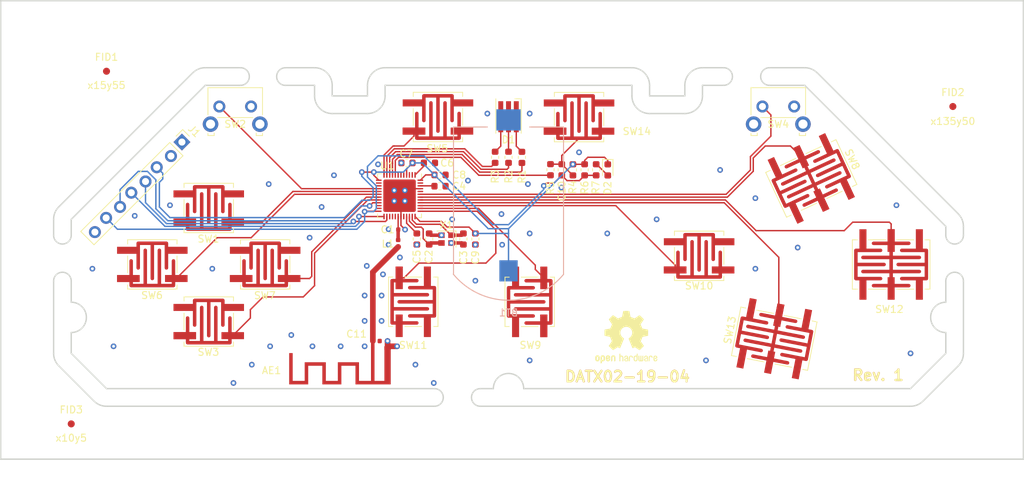
<source format=kicad_pcb>
(kicad_pcb (version 20171130) (host pcbnew 5.0.1)
  (layers (0 F.Cu signal) (31 B.Cu signal) (34 B.Paste user) (35 F.Paste user) (36 B.SilkS user) (37 F.SilkS user) (38 B.Mask user) (39 F.Mask user) (44 Edge.Cuts user))
  (net 0 "")
  (net 1 GND)
  (net 2 VCC)
  (net 3 "Net-(C1-Pad2)")
  (net 4 "Net-(C2-Pad1)")
  (net 5 "Net-(C3-Pad1)")
  (net 6 "Net-(C4-Pad2)")
  (net 7 "Net-(C5-Pad2)")
  (net 8 "Net-(C6-Pad1)")
  (net 9 "Net-(D2-Pad2)")
  (net 10 /SWDIO)
  (net 11 /SWDCLK)
  (net 12 /P0.18)
  (net 13 /~RESET)
  (net 14 "Net-(AE1-Pad1)")
  (net 15 "Net-(D1-Pad6)")
  (net 16 "Net-(D1-Pad5)")
  (net 17 "Net-(D1-Pad4)")
  (net 18 /DPAD_UP)
  (net 19 /DPAD_DOWN)
  (net 20 /DPAD_LEFT)
  (net 21 /DPAD_RIGHT)
  (net 22 /BTN_SELECT)
  (net 23 /BTN_BLUETOOTH)
  (net 24 /BTN_X)
  (net 25 /BTN_START)
  (net 26 /BTN_Y)
  (net 27 /BTN_A)
  (net 28 /BTN_B)
  (net 29 "Net-(C10-Pad2)")
  (net 30 /RESET_SENSE)
  (net 31 /BTN_L)
  (net 32 /BTN_R)
  (net 33 /LED_R)
  (net 34 /LED_G)
  (net 35 /LED_B)
  (module DATX02:Texas_SWRA117D_2.4GHz_Right_MOD (layer F.Cu) (at 141.75 123.25 180)
    (fp_text reference AE1 (at 14.35 -3.175 180) (layer F.SilkS))
    (fp_text value Antenna_Shield)
    (fp_poly (pts (xy 2.45 -2.51) (xy 4.45 -2.51) (xy 4.45 -5.15) (xy 7.15 -5.15) (xy 7.15 -2.51) (xy 9.15 -2.51) (xy 9.15 -5.15) (xy 11.85 -5.15) (xy 11.85 -0.71) (xy 11.35 -0.71) (xy 11.35 -4.65) (xy 9.65 -4.65) (xy 9.65 -2.01) (xy 6.65 -2.01) (xy 6.65 -4.65) (xy 4.95 -4.65) (xy 4.95 -2.01) (xy 1.95 -2.01) (xy 1.95 -4.65) (xy 0.25 -4.65) (xy 0.25 0.25) (xy -0.25 0.25) (xy -0.25 -4.65) (xy -1.65 -4.65) (xy -1.65 0.25) (xy -2.55 0.25) (xy -2.55 0.006785) (xy -2.247583 0.006785) (xy -2.237742 0.054395) (xy -2.213674 0.096797) (xy -2.175731 0.129581) (xy -2.167819 0.133935) (xy -2.125156 0.146043) (xy -2.076637 0.1453) (xy -2.031122 0.1324) (xy -2.012511 0.121787) (xy -1.978868 0.086553) (xy -1.958309 0.041368) (xy -1.951778 -0.008158) (xy -1.960218 -0.056417) (xy -1.977112 -0.088643) (xy -2.012372 -0.121313) (xy -2.057682 -0.141408) (xy -2.107267 -0.147982) (xy -2.155353 -0.140092) (xy -2.188245 -0.123186) (xy -2.223185 -0.086416) (xy -2.242847 -0.041622) (xy -2.247583 0.006785) (xy -2.55 0.006785) (xy -2.55 -5.15) (xy 2.45 -5.15) (xy 2.45 -2.51)) (layer F.Cu) (width 0))
    (pad 1 connect rect (at 0 0 180) (size 0.5 0.5) (layers F.Cu) (net 14 "Net-(AE1-Pad1)"))
    (pad 2 smd rect (at -2.1 0 180) (size 0.9 0.5) (layers F.Cu) (net 1 GND))
  )
  (module DATX02:S8421-45R (layer B.Cu) (at 161 103.8)
    (fp_text reference BT1 (at 0 14.45) (layer B.SilkS) (effects (justify mirror)))
    (fp_text value Battery_Cell)
    (pad 1 smd rect (at 0 7) (size 2.6 3) (drill (offset 0 1.5)) (layers B.Cu B.Mask) (net 2 VCC))
    (pad 2 smd rect (at 0 -11.4) (size 3.6 3) (drill (offset 0 -1.5)) (layers B.Cu B.Mask) (net 1 GND))
  )
  (module DATX02:PinHeader_1x08_P2.54mm_Staggered (layer F.Cu) (at 114.8 94.15 315)
    (fp_text reference J1 (at 0 -2.33 315) (layer F.SilkS))
    (fp_text value Conn_01x08_Female)
    (pad 8 thru_hole oval (at 0.15 17.749999 315) (size 1.7 1.7) (drill 1) (layers *.Cu *.Mask) (net 1 GND))
    (pad 7 thru_hole oval (at -0.15 15.2 315) (size 1.7 1.7) (drill 1) (layers *.Cu *.Mask) (net 13 /~RESET))
    (pad 6 thru_hole oval (at 0.15 12.7 315) (size 1.7 1.7) (drill 1) (layers *.Cu *.Mask) (net 12 /P0.18))
    (pad 5 thru_hole oval (at -0.15 10.15 315) (size 1.7 1.7) (drill 1) (layers *.Cu *.Mask) (net 11 /SWDCLK))
    (pad 4 thru_hole oval (at 0.15 7.600001 315) (size 1.7 1.7) (drill 1) (layers *.Cu *.Mask) (net 10 /SWDIO))
    (pad 3 thru_hole oval (at -0.15 5.05 315) (size 1.7 1.7) (drill 1) (layers *.Cu *.Mask) (net 2 VCC))
    (pad 2 thru_hole oval (at 0.15 2.5 315) (size 1.7 1.7) (drill 1) (layers *.Cu *.Mask))
    (pad 1 thru_hole rect (at -0.15 0 315) (size 1.7 1.7) (drill 1) (layers *.Cu *.Mask))
  )
  (module Capacitor_SMD:C_0603_1608Metric (layer F.Cu) (at 148 107.7875 90)
    (fp_text reference C5 (at -2.5125 0 270) (layer F.SilkS))
    (fp_text value 100pF)
    (pad 2 smd roundrect (at 0.7875 0 90) (size 0.875 0.95) (layers F.Cu F.Paste F.Mask) (net 7 "Net-(C5-Pad2)"))
    (pad 1 smd roundrect (at -0.7875 0 90) (size 0.875 0.95) (layers F.Cu F.Paste F.Mask) (net 1 GND))
  )
  (module Fiducial:Fiducial_1mm_Mask2mm (layer F.Cu) (at 224 89)
    (fp_text reference FID2 (at 0 -2) (layer F.SilkS))
    (fp_text value x135y50 (at 0 2.1) (layer F.SilkS))
    (pad "" smd circle (at 0 0) (size 1 1) (layers F.Cu F.Mask) (clearance 0.5))
  )
  (module Fiducial:Fiducial_1mm_Mask2mm (layer F.Cu) (at 104 84)
    (fp_text reference FID1 (at 0 -2) (layer F.SilkS))
    (fp_text value x15y55 (at 0 2) (layer F.SilkS))
    (pad "" smd circle (at 0 0) (size 1 1) (layers F.Cu F.Mask) (clearance 0.5))
  )
  (module MountingHole:MountingHole_4.3mm_M4 (layer F.Cu) (at 188.5 93.35)
    (fp_text reference REF** hide)
    (fp_text value MountingHole_4.3mm_M4)
    (pad 1 np_thru_hole circle (at 0 0) (size 4.3 4.3) (drill 4.3) (layers *.Cu *.Mask))
  )
  (module Diode_SMD:D_0603_1608Metric (layer F.Cu) (at 175.075 97.9875 270)
    (fp_text reference D2 (at 2.5725 0.015 270) (layer F.SilkS))
    (fp_text value D)
    (pad 1 smd roundrect (at -0.7875 0 270) (size 0.875 0.95) (layers F.Cu F.Paste F.Mask) (net 2 VCC))
    (pad 2 smd roundrect (at 0.7875 0 270) (size 0.875 0.95) (layers F.Cu F.Paste F.Mask) (net 9 "Net-(D2-Pad2)"))
  )
  (module DATX02:SW_SPST_EVQQ2_RUBBERDOME_DOUBLE (layer F.Cu) (at 200.638254 122.306618 79)
    (fp_text reference SW13 (at 0 -8.4 79) (layer F.SilkS))
    (fp_text value BTN_B)
    (pad 1 smd rect (at 3.4 -2 79) (size 3.2 1) (layers F.Cu F.Paste F.Mask) (net 28 /BTN_B))
    (pad 1 smd custom (at -3.4 -2 79) (size 3.2 1) (layers F.Cu F.Paste F.Mask) (net 28 /BTN_B) (options (clearance outline) (anchor rect)) (primitives))
    (pad 2 smd rect (at -3.4 2 79) (size 3.2 1) (layers F.Cu F.Paste F.Mask) (net 1 GND))
    (pad 2 smd rect (at 3.4 2 79) (size 3.2 1) (layers F.Cu F.Paste F.Mask) (net 1 GND))
    (pad 1 smd rect (at 3.4 -2 79) (size 3.2 1) (layers F.Cu F.Paste F.Mask) (net 28 /BTN_B))
    (pad 1 smd custom (at 0 -2 79) (size 0.5 0.5) (layers F.Cu F.Mask) (net 28 /BTN_B) (options (clearance outline) (anchor rect)) (primitives (gr_line (start -3 0) (end 3 0) (width 0.5)) (gr_line (start -3 -2.5) (end -3 2.5) (width 0.5)) (gr_line (start -1 -4) (end -1 4) (width 0.5)) (gr_line (start 1 -4) (end 1 4) (width 0.5)) (gr_line (start 3 -2.5) (end 3 2.5) (width 0.5))))
    (pad 2 smd custom (at -1 3 259) (size 0.5 0.5) (layers F.Cu F.Mask) (net 1 GND) (options (clearance outline) (anchor rect)) (primitives (gr_line (start -3 0) (end 1 0) (width 0.5)) (gr_line (start -3 0) (end -3 3.5) (width 0.5)) (gr_line (start -1 0) (end -1 4) (width 0.5)) (gr_line (start 1 0) (end 1 3.5) (width 0.5))))
    (pad 2 smd custom (at 1 -7 79) (size 0.5 0.5) (layers F.Cu F.Mask) (net 1 GND) (options (clearance outline) (anchor rect)) (primitives (gr_line (start -3 0) (end 1 0) (width 0.5)) (gr_line (start -3 0) (end -3 3.5) (width 0.5)) (gr_line (start -1 0) (end -1 4) (width 0.5)) (gr_line (start 1 0) (end 1 3.5) (width 0.5))))
    (pad 2 smd rect (at -3.4 -6 79) (size 3.2 1) (layers F.Cu F.Paste F.Mask) (net 1 GND))
    (pad 2 smd rect (at 3.4 -6 79) (size 3.2 1) (layers F.Cu F.Paste F.Mask) (net 1 GND))
  )
  (module DATX02:SW_SPST_EVQQ2_RUBBERDOME_NORMAL (layer F.Cu) (at 188.025 110.175 180)
    (fp_text reference SW10 (at 0 -4.25 180) (layer F.SilkS))
    (fp_text value BTN_Y)
    (pad 1 smd rect (at 3.4 -2 180) (size 3.2 1) (layers F.Cu F.Paste F.Mask) (net 26 /BTN_Y))
    (pad 1 smd custom (at -3.4 -2 180) (size 3.2 1) (layers F.Cu F.Paste F.Mask) (net 26 /BTN_Y) (options (clearance outline) (anchor rect)) (primitives))
    (pad 2 smd rect (at -3.4 2 180) (size 3.2 1) (layers F.Cu F.Paste F.Mask) (net 1 GND))
    (pad 2 smd rect (at 3.4 2 180) (size 3.2 1) (layers F.Cu F.Paste F.Mask) (net 1 GND))
    (pad 1 smd rect (at 3.4 -2 180) (size 3.2 1) (layers F.Cu F.Paste F.Mask) (net 26 /BTN_Y))
    (pad 1 smd custom (at 0 -3 180) (size 0.5 0.5) (layers F.Cu F.Mask) (net 26 /BTN_Y) (options (clearance outline) (anchor rect)) (primitives (gr_line (start -3 0) (end 3 0) (width 0.5)) (gr_line (start -3 0) (end -3 3.5) (width 0.5)) (gr_line (start -1 0) (end -1 5) (width 0.5)) (gr_line (start 1 0) (end 1 5) (width 0.5)) (gr_line (start 3 0) (end 3 3.5) (width 0.5))))
    (pad 2 smd custom (at -1 3) (size 0.5 0.5) (layers F.Cu F.Mask) (net 1 GND) (options (clearance outline) (anchor rect)) (primitives (gr_line (start -3 0) (end 1 0) (width 0.5)) (gr_line (start -3 0) (end -3 3.5) (width 0.5)) (gr_line (start -1 0) (end -1 5) (width 0.5)) (gr_line (start 1 0) (end 1 3.5) (width 0.5))))
  )
  (module DATX02:SW_SPST_EVQQ2_RUBBERDOME_DOUBLE (layer F.Cu) (at 202.112384 100.045237 295)
    (fp_text reference SW8 (at 0 -8.4 295) (layer F.SilkS))
    (fp_text value BTN_X)
    (pad 1 smd rect (at 3.4 -2 295) (size 3.2 1) (layers F.Cu F.Paste F.Mask) (net 24 /BTN_X))
    (pad 1 smd custom (at -3.4 -2 295) (size 3.2 1) (layers F.Cu F.Paste F.Mask) (net 24 /BTN_X) (options (clearance outline) (anchor rect)) (primitives))
    (pad 2 smd rect (at -3.4 2 295) (size 3.2 1) (layers F.Cu F.Paste F.Mask) (net 1 GND))
    (pad 2 smd rect (at 3.4 2 295) (size 3.2 1) (layers F.Cu F.Paste F.Mask) (net 1 GND))
    (pad 1 smd rect (at 3.4 -2 295) (size 3.2 1) (layers F.Cu F.Paste F.Mask) (net 24 /BTN_X))
    (pad 1 smd custom (at 0 -2.000001 295) (size 0.5 0.5) (layers F.Cu F.Mask) (net 24 /BTN_X) (options (clearance outline) (anchor rect)) (primitives (gr_line (start -3 0) (end 3 0) (width 0.5)) (gr_line (start -3 -2.5) (end -3 2.5) (width 0.5)) (gr_line (start -1 -4) (end -1 4) (width 0.5)) (gr_line (start 1 -4) (end 1 4) (width 0.5)) (gr_line (start 3 -2.5) (end 3 2.5) (width 0.5))))
    (pad 2 smd custom (at -1 3 115) (size 0.5 0.5) (layers F.Cu F.Mask) (net 1 GND) (options (clearance outline) (anchor rect)) (primitives (gr_line (start -3 0) (end 1 0) (width 0.5)) (gr_line (start -3 0) (end -3 3.5) (width 0.5)) (gr_line (start -1 0) (end -1 4) (width 0.5)) (gr_line (start 1 0) (end 1 3.5) (width 0.5))))
    (pad 2 smd custom (at 1 -7 295) (size 0.5 0.5) (layers F.Cu F.Mask) (net 1 GND) (options (clearance outline) (anchor rect)) (primitives (gr_line (start -3 0) (end 1 0) (width 0.5)) (gr_line (start -3 0) (end -3 3.5) (width 0.5)) (gr_line (start -1 0) (end -1 4) (width 0.5)) (gr_line (start 1 0) (end 1 3.5) (width 0.5))))
    (pad 2 smd rect (at -3.4 -6 295) (size 3.2 1) (layers F.Cu F.Paste F.Mask) (net 1 GND))
    (pad 2 smd rect (at 3.4 -6 295) (size 3.2 1) (layers F.Cu F.Paste F.Mask) (net 1 GND))
  )
  (module DATX02:SW_SPST_EVQQ2_RUBBERDOME_NORMAL (layer F.Cu) (at 171 90.5 180)
    (fp_text reference SW14 (at -8.2 -2.025 180) (layer F.SilkS))
    (fp_text value RESET)
    (pad 1 smd rect (at 3.4 -2 180) (size 3.2 1) (layers F.Cu F.Paste F.Mask) (net 29 "Net-(C10-Pad2)"))
    (pad 1 smd custom (at -3.4 -2 180) (size 3.2 1) (layers F.Cu F.Paste F.Mask) (net 29 "Net-(C10-Pad2)") (options (clearance outline) (anchor rect)) (primitives))
    (pad 2 smd rect (at -3.4 2 180) (size 3.2 1) (layers F.Cu F.Paste F.Mask) (net 1 GND))
    (pad 2 smd rect (at 3.4 2 180) (size 3.2 1) (layers F.Cu F.Paste F.Mask) (net 1 GND))
    (pad 1 smd rect (at 3.4 -2 180) (size 3.2 1) (layers F.Cu F.Paste F.Mask) (net 29 "Net-(C10-Pad2)"))
    (pad 1 smd custom (at 0 -3 180) (size 0.5 0.5) (layers F.Cu F.Mask) (net 29 "Net-(C10-Pad2)") (options (clearance outline) (anchor rect)) (primitives (gr_line (start -3 0) (end 3 0) (width 0.5)) (gr_line (start -3 0) (end -3 3.5) (width 0.5)) (gr_line (start -1 0) (end -1 5) (width 0.5)) (gr_line (start 1 0) (end 1 5) (width 0.5)) (gr_line (start 3 0) (end 3 3.5) (width 0.5))))
    (pad 2 smd custom (at -1 3) (size 0.5 0.5) (layers F.Cu F.Mask) (net 1 GND) (options (clearance outline) (anchor rect)) (primitives (gr_line (start -3 0) (end 1 0) (width 0.5)) (gr_line (start -3 0) (end -3 3.5) (width 0.5)) (gr_line (start -1 0) (end -1 5) (width 0.5)) (gr_line (start 1 0) (end 1 3.5) (width 0.5))))
  )
  (module Resistor_SMD:R_0603_1608Metric (layer F.Cu) (at 171.79 97.9775 90)
    (fp_text reference R6 (at -2.5225 0.01 90) (layer F.SilkS))
    (fp_text value 100k)
    (pad 1 smd roundrect (at -0.7875 0 90) (size 0.875 0.95) (layers F.Cu F.Paste F.Mask) (net 13 /~RESET))
    (pad 2 smd roundrect (at 0.7875 0 90) (size 0.875 0.95) (layers F.Cu F.Paste F.Mask) (net 2 VCC))
  )
  (module Resistor_SMD:R_0603_1608Metric (layer F.Cu) (at 170.13 97.9825 90)
    (fp_text reference R4 (at -2.4675 -0.03 90) (layer F.SilkS))
    (fp_text value 10k)
    (pad 2 smd roundrect (at 0.7875 0 90) (size 0.875 0.95) (layers F.Cu F.Paste F.Mask) (net 2 VCC))
    (pad 1 smd roundrect (at -0.7875 0 90) (size 0.875 0.95) (layers F.Cu F.Paste F.Mask) (net 29 "Net-(C10-Pad2)"))
  )
  (module Capacitor_SMD:C_0603_1608Metric (layer F.Cu) (at 168.55 97.9725 90)
    (fp_text reference C10 (at -3.0275 0.01 90) (layer F.SilkS))
    (fp_text value 100n)
    (pad 1 smd roundrect (at -0.7875 0 90) (size 0.875 0.95) (layers F.Cu F.Paste F.Mask) (net 13 /~RESET))
    (pad 2 smd roundrect (at 0.7875 0 90) (size 0.875 0.95) (layers F.Cu F.Paste F.Mask) (net 29 "Net-(C10-Pad2)"))
  )
  (module Package_DFN_QFN:QFN-48-1EP_6x6mm_P0.4mm_EP4.6x4.6mm (layer F.Cu) (at 145.55 101.65 270)
    (fp_text reference U1 (at -4.25 1.75) (layer F.SilkS))
    (fp_text value nRF52810-QFxx)
    (pad 48 smd roundrect (at -2.2 -2.95 270) (size 0.2 0.8) (layers F.Cu F.Paste F.Mask) (net 2 VCC))
    (pad 47 smd roundrect (at -1.8 -2.95 270) (size 0.2 0.8) (layers F.Cu F.Paste F.Mask))
    (pad 46 smd roundrect (at -1.399999 -2.95 270) (size 0.2 0.8) (layers F.Cu F.Paste F.Mask) (net 6 "Net-(C4-Pad2)"))
    (pad 45 smd roundrect (at -1 -2.95 270) (size 0.2 0.8) (layers F.Cu F.Paste F.Mask) (net 1 GND))
    (pad 44 smd roundrect (at -0.6 -2.95 270) (size 0.2 0.8) (layers F.Cu F.Paste F.Mask))
    (pad 43 smd roundrect (at -0.199999 -2.95 270) (size 0.2 0.8) (layers F.Cu F.Paste F.Mask) (net 32 /BTN_R))
    (pad 42 smd roundrect (at 0.199999 -2.95 270) (size 0.2 0.8) (layers F.Cu F.Paste F.Mask) (net 24 /BTN_X))
    (pad 41 smd roundrect (at 0.6 -2.95 270) (size 0.2 0.8) (layers F.Cu F.Paste F.Mask) (net 27 /BTN_A))
    (pad 40 smd roundrect (at 1 -2.95 270) (size 0.2 0.8) (layers F.Cu F.Paste F.Mask) (net 28 /BTN_B))
    (pad 39 smd roundrect (at 1.399999 -2.95 270) (size 0.2 0.8) (layers F.Cu F.Paste F.Mask) (net 26 /BTN_Y))
    (pad 38 smd roundrect (at 1.8 -2.95 270) (size 0.2 0.8) (layers F.Cu F.Paste F.Mask) (net 25 /BTN_START))
    (pad 37 smd roundrect (at 2.2 -2.95 270) (size 0.2 0.8) (layers F.Cu F.Paste F.Mask) (net 22 /BTN_SELECT))
    (pad 36 smd roundrect (at 2.95 -2.2 270) (size 0.8 0.2) (layers F.Cu F.Paste F.Mask) (net 2 VCC))
    (pad 35 smd roundrect (at 2.95 -1.8 270) (size 0.8 0.2) (layers F.Cu F.Paste F.Mask) (net 5 "Net-(C3-Pad1)"))
    (pad 34 smd roundrect (at 2.95 -1.399999 270) (size 0.8 0.2) (layers F.Cu F.Paste F.Mask) (net 4 "Net-(C2-Pad1)"))
    (pad 33 smd roundrect (at 2.95 -1 270) (size 0.8 0.2) (layers F.Cu F.Paste F.Mask) (net 7 "Net-(C5-Pad2)"))
    (pad 32 smd roundrect (at 2.95 -0.6 270) (size 0.8 0.2) (layers F.Cu F.Paste F.Mask))
    (pad 31 smd roundrect (at 2.95 -0.199999 270) (size 0.8 0.2) (layers F.Cu F.Paste F.Mask) (net 1 GND))
    (pad 30 smd roundrect (at 2.95 0.199999 270) (size 0.8 0.2) (layers F.Cu F.Paste F.Mask) (net 3 "Net-(C1-Pad2)"))
    (pad 29 smd roundrect (at 2.95 0.6 270) (size 0.8 0.2) (layers F.Cu F.Paste F.Mask))
    (pad 28 smd roundrect (at 2.95 1 270) (size 0.8 0.2) (layers F.Cu F.Paste F.Mask))
    (pad 27 smd roundrect (at 2.95 1.399999 270) (size 0.8 0.2) (layers F.Cu F.Paste F.Mask))
    (pad 26 smd roundrect (at 2.95 1.8 270) (size 0.8 0.2) (layers F.Cu F.Paste F.Mask) (net 10 /SWDIO))
    (pad 25 smd roundrect (at 2.95 2.2 270) (size 0.8 0.2) (layers F.Cu F.Paste F.Mask) (net 11 /SWDCLK))
    (pad 24 smd roundrect (at 2.2 2.95 270) (size 0.2 0.8) (layers F.Cu F.Paste F.Mask) (net 13 /~RESET))
    (pad 23 smd roundrect (at 1.8 2.95 270) (size 0.2 0.8) (layers F.Cu F.Paste F.Mask))
    (pad 22 smd roundrect (at 1.399999 2.95 270) (size 0.2 0.8) (layers F.Cu F.Paste F.Mask))
    (pad 21 smd roundrect (at 1 2.95 270) (size 0.2 0.8) (layers F.Cu F.Paste F.Mask) (net 12 /P0.18))
    (pad 20 smd roundrect (at 0.6 2.95 270) (size 0.2 0.8) (layers F.Cu F.Paste F.Mask) (net 19 /DPAD_DOWN))
    (pad 19 smd roundrect (at 0.199999 2.95 270) (size 0.2 0.8) (layers F.Cu F.Paste F.Mask) (net 21 /DPAD_RIGHT))
    (pad 18 smd roundrect (at -0.199999 2.95 270) (size 0.2 0.8) (layers F.Cu F.Paste F.Mask) (net 20 /DPAD_LEFT))
    (pad 17 smd roundrect (at -0.6 2.95 270) (size 0.2 0.8) (layers F.Cu F.Paste F.Mask) (net 18 /DPAD_UP))
    (pad 16 smd roundrect (at -1 2.95 270) (size 0.2 0.8) (layers F.Cu F.Paste F.Mask) (net 31 /BTN_L))
    (pad 15 smd roundrect (at -1.399999 2.95 270) (size 0.2 0.8) (layers F.Cu F.Paste F.Mask))
    (pad 14 smd roundrect (at -1.8 2.95 270) (size 0.2 0.8) (layers F.Cu F.Paste F.Mask))
    (pad 13 smd roundrect (at -2.2 2.95 270) (size 0.2 0.8) (layers F.Cu F.Paste F.Mask) (net 2 VCC))
    (pad 12 smd roundrect (at -2.95 2.2 270) (size 0.8 0.2) (layers F.Cu F.Paste F.Mask) (net 23 /BTN_BLUETOOTH))
    (pad 11 smd roundrect (at -2.95 1.8 270) (size 0.8 0.2) (layers F.Cu F.Paste F.Mask) (net 35 /LED_B))
    (pad 10 smd roundrect (at -2.95 1.399999 270) (size 0.8 0.2) (layers F.Cu F.Paste F.Mask) (net 34 /LED_G))
    (pad 9 smd roundrect (at -2.95 1 270) (size 0.8 0.2) (layers F.Cu F.Paste F.Mask) (net 33 /LED_R))
    (pad 8 smd roundrect (at -2.95 0.6 270) (size 0.8 0.2) (layers F.Cu F.Paste F.Mask) (net 30 /RESET_SENSE))
    (pad 7 smd roundrect (at -2.95 0.199999 270) (size 0.8 0.2) (layers F.Cu F.Paste F.Mask))
    (pad 6 smd roundrect (at -2.95 -0.199999 270) (size 0.8 0.2) (layers F.Cu F.Paste F.Mask))
    (pad 5 smd roundrect (at -2.95 -0.6 270) (size 0.8 0.2) (layers F.Cu F.Paste F.Mask))
    (pad 4 smd roundrect (at -2.95 -1 270) (size 0.8 0.2) (layers F.Cu F.Paste F.Mask) (net 2 VCC))
    (pad 3 smd roundrect (at -2.95 -1.399999 270) (size 0.8 0.2) (layers F.Cu F.Paste F.Mask))
    (pad 2 smd roundrect (at -2.95 -1.8 270) (size 0.8 0.2) (layers F.Cu F.Paste F.Mask))
    (pad 1 smd roundrect (at -2.95 -2.2 270) (size 0.8 0.2) (layers F.Cu F.Paste F.Mask) (net 8 "Net-(C6-Pad1)"))
    (pad 49 smd roundrect (at 0 0 270) (size 4.6 4.6) (layers F.Cu F.Mask) (roundrect_rratio 0.054348) (net 1 GND))
  )
  (module DATX02:SW_SPST_EVQQ2_RUBBERDOME_NORMAL (layer F.Cu) (at 147.4967 116.689 90)
    (fp_text reference SW11 (at -6.161 -0.0217 180) (layer F.SilkS))
    (fp_text value BTN_SELECT)
    (pad 2 smd custom (at -1 3 270) (size 0.5 0.5) (layers F.Cu F.Mask) (net 1 GND) (options (clearance outline) (anchor rect)) (primitives (gr_line (start -3 0) (end 1 0) (width 0.5)) (gr_line (start -3 0) (end -3 3.5) (width 0.5)) (gr_line (start -1 0) (end -1 5) (width 0.5)) (gr_line (start 1 0) (end 1 3.5) (width 0.5))))
    (pad 1 smd custom (at 0 -3 90) (size 0.5 0.5) (layers F.Cu F.Mask) (net 22 /BTN_SELECT) (options (clearance outline) (anchor rect)) (primitives (gr_line (start -3 0) (end 3 0) (width 0.5)) (gr_line (start -3 0) (end -3 3.5) (width 0.5)) (gr_line (start -1 0) (end -1 5) (width 0.5)) (gr_line (start 1 0) (end 1 5) (width 0.5)) (gr_line (start 3 0) (end 3 3.5) (width 0.5))))
    (pad 1 smd rect (at 3.4 -2 90) (size 3.2 1) (layers F.Cu F.Paste F.Mask) (net 22 /BTN_SELECT))
    (pad 2 smd rect (at 3.4 2 90) (size 3.2 1) (layers F.Cu F.Paste F.Mask) (net 1 GND))
    (pad 2 smd rect (at -3.4 2 90) (size 3.2 1) (layers F.Cu F.Paste F.Mask) (net 1 GND))
    (pad 1 smd custom (at -3.4 -2 90) (size 3.2 1) (layers F.Cu F.Paste F.Mask) (net 22 /BTN_SELECT) (options (clearance outline) (anchor rect)) (primitives))
    (pad 1 smd rect (at 3.4 -2 90) (size 3.2 1) (layers F.Cu F.Paste F.Mask) (net 22 /BTN_SELECT))
  )
  (module DATX02:SW_SPST_EVQQ2_RUBBERDOME_NORMAL (layer F.Cu) (at 164 116.7 270)
    (fp_text reference SW9 (at 6.136 -0.1033) (layer F.SilkS))
    (fp_text value BTN_START)
    (pad 2 smd custom (at -1 3 90) (size 0.5 0.5) (layers F.Cu F.Mask) (net 1 GND) (options (clearance outline) (anchor rect)) (primitives (gr_line (start -3 0) (end 1 0) (width 0.5)) (gr_line (start -3 0) (end -3 3.5) (width 0.5)) (gr_line (start -1 0) (end -1 5) (width 0.5)) (gr_line (start 1 0) (end 1 3.5) (width 0.5))))
    (pad 1 smd custom (at 0 -3 270) (size 0.5 0.5) (layers F.Cu F.Mask) (net 25 /BTN_START) (options (clearance outline) (anchor rect)) (primitives (gr_line (start -3 0) (end 3 0) (width 0.5)) (gr_line (start -3 0) (end -3 3.5) (width 0.5)) (gr_line (start -1 0) (end -1 5) (width 0.5)) (gr_line (start 1 0) (end 1 5) (width 0.5)) (gr_line (start 3 0) (end 3 3.5) (width 0.5))))
    (pad 1 smd rect (at 3.4 -2 270) (size 3.2 1) (layers F.Cu F.Paste F.Mask) (net 25 /BTN_START))
    (pad 2 smd rect (at 3.4 2 270) (size 3.2 1) (layers F.Cu F.Paste F.Mask) (net 1 GND))
    (pad 2 smd rect (at -3.4 2 270) (size 3.2 1) (layers F.Cu F.Paste F.Mask) (net 1 GND))
    (pad 1 smd custom (at -3.4 -2 270) (size 3.2 1) (layers F.Cu F.Paste F.Mask) (net 25 /BTN_START) (options (clearance outline) (anchor rect)) (primitives))
    (pad 1 smd rect (at 3.4 -2 270) (size 3.2 1) (layers F.Cu F.Paste F.Mask) (net 25 /BTN_START))
  )
  (module DATX02:SW_SPST_EVQQ2_RUBBERDOME_NORMAL (layer F.Cu) (at 126.4967 111.389 180)
    (fp_text reference SW7 (at 0.0467 -4.411 180) (layer F.SilkS))
    (fp_text value DPAD_RIGHT)
    (pad 2 smd custom (at -1 3) (size 0.5 0.5) (layers F.Cu F.Mask) (net 1 GND) (options (clearance outline) (anchor rect)) (primitives (gr_line (start -3 0) (end 1 0) (width 0.5)) (gr_line (start -3 0) (end -3 3.5) (width 0.5)) (gr_line (start -1 0) (end -1 5) (width 0.5)) (gr_line (start 1 0) (end 1 3.5) (width 0.5))))
    (pad 1 smd custom (at 0 -3 180) (size 0.5 0.5) (layers F.Cu F.Mask) (net 21 /DPAD_RIGHT) (options (clearance outline) (anchor rect)) (primitives (gr_line (start -3 0) (end 3 0) (width 0.5)) (gr_line (start -3 0) (end -3 3.5) (width 0.5)) (gr_line (start -1 0) (end -1 5) (width 0.5)) (gr_line (start 1 0) (end 1 5) (width 0.5)) (gr_line (start 3 0) (end 3 3.5) (width 0.5))))
    (pad 1 smd rect (at 3.4 -2 180) (size 3.2 1) (layers F.Cu F.Paste F.Mask) (net 21 /DPAD_RIGHT))
    (pad 2 smd rect (at 3.4 2 180) (size 3.2 1) (layers F.Cu F.Paste F.Mask) (net 1 GND))
    (pad 2 smd rect (at -3.4 2 180) (size 3.2 1) (layers F.Cu F.Paste F.Mask) (net 1 GND))
    (pad 1 smd custom (at -3.4 -2 180) (size 3.2 1) (layers F.Cu F.Paste F.Mask) (net 21 /DPAD_RIGHT) (options (clearance outline) (anchor rect)) (primitives))
    (pad 1 smd rect (at 3.4 -2 180) (size 3.2 1) (layers F.Cu F.Paste F.Mask) (net 21 /DPAD_RIGHT))
  )
  (module DATX02:SW_SPST_EVQQ2_RUBBERDOME_NORMAL (layer F.Cu) (at 110.4967 111.389 180)
    (fp_text reference SW6 (at 0.0467 -4.386 180) (layer F.SilkS))
    (fp_text value DPAD_LEFT)
    (pad 2 smd custom (at -1 3) (size 0.5 0.5) (layers F.Cu F.Mask) (net 1 GND) (options (clearance outline) (anchor rect)) (primitives (gr_line (start -3 0) (end 1 0) (width 0.5)) (gr_line (start -3 0) (end -3 3.5) (width 0.5)) (gr_line (start -1 0) (end -1 5) (width 0.5)) (gr_line (start 1 0) (end 1 3.5) (width 0.5))))
    (pad 1 smd custom (at 0 -3 180) (size 0.5 0.5) (layers F.Cu F.Mask) (net 20 /DPAD_LEFT) (options (clearance outline) (anchor rect)) (primitives (gr_line (start -3 0) (end 3 0) (width 0.5)) (gr_line (start -3 0) (end -3 3.5) (width 0.5)) (gr_line (start -1 0) (end -1 5) (width 0.5)) (gr_line (start 1 0) (end 1 5) (width 0.5)) (gr_line (start 3 0) (end 3 3.5) (width 0.5))))
    (pad 1 smd rect (at 3.4 -2 180) (size 3.2 1) (layers F.Cu F.Paste F.Mask) (net 20 /DPAD_LEFT))
    (pad 2 smd rect (at 3.4 2 180) (size 3.2 1) (layers F.Cu F.Paste F.Mask) (net 1 GND))
    (pad 2 smd rect (at -3.4 2 180) (size 3.2 1) (layers F.Cu F.Paste F.Mask) (net 1 GND))
    (pad 1 smd custom (at -3.4 -2 180) (size 3.2 1) (layers F.Cu F.Paste F.Mask) (net 20 /DPAD_LEFT) (options (clearance outline) (anchor rect)) (primitives))
    (pad 1 smd rect (at 3.4 -2 180) (size 3.2 1) (layers F.Cu F.Paste F.Mask) (net 20 /DPAD_LEFT))
  )
  (module DATX02:SW_SPST_EVQQ2_RUBBERDOME_NORMAL (layer F.Cu) (at 150.9967 90.489 180)
    (fp_text reference SW5 (at 0.0967 -4.461 180) (layer F.SilkS))
    (fp_text value BTN_BLUTOOTH)
    (pad 2 smd custom (at -1 3) (size 0.5 0.5) (layers F.Cu F.Mask) (net 1 GND) (options (clearance outline) (anchor rect)) (primitives (gr_line (start -3 0) (end 1 0) (width 0.5)) (gr_line (start -3 0) (end -3 3.5) (width 0.5)) (gr_line (start -1 0) (end -1 5) (width 0.5)) (gr_line (start 1 0) (end 1 3.5) (width 0.5))))
    (pad 1 smd custom (at 0 -3 180) (size 0.5 0.5) (layers F.Cu F.Mask) (net 23 /BTN_BLUETOOTH) (options (clearance outline) (anchor rect)) (primitives (gr_line (start -3 0) (end 3 0) (width 0.5)) (gr_line (start -3 0) (end -3 3.5) (width 0.5)) (gr_line (start -1 0) (end -1 5) (width 0.5)) (gr_line (start 1 0) (end 1 5) (width 0.5)) (gr_line (start 3 0) (end 3 3.5) (width 0.5))))
    (pad 1 smd rect (at 3.4 -2 180) (size 3.2 1) (layers F.Cu F.Paste F.Mask) (net 23 /BTN_BLUETOOTH))
    (pad 2 smd rect (at 3.4 2 180) (size 3.2 1) (layers F.Cu F.Paste F.Mask) (net 1 GND))
    (pad 2 smd rect (at -3.4 2 180) (size 3.2 1) (layers F.Cu F.Paste F.Mask) (net 1 GND))
    (pad 1 smd custom (at -3.4 -2 180) (size 3.2 1) (layers F.Cu F.Paste F.Mask) (net 23 /BTN_BLUETOOTH) (options (clearance outline) (anchor rect)) (primitives))
    (pad 1 smd rect (at 3.4 -2 180) (size 3.2 1) (layers F.Cu F.Paste F.Mask) (net 23 /BTN_BLUETOOTH))
  )
  (module DATX02:SW_SPST_EVQQ2_RUBBERDOME_NORMAL (layer F.Cu) (at 118.4967 119.489 180)
    (fp_text reference SW3 (at 0.0467 -4.336 180) (layer F.SilkS))
    (fp_text value DPAD_DOWN)
    (pad 2 smd custom (at -1 3) (size 0.5 0.5) (layers F.Cu F.Mask) (net 1 GND) (options (clearance outline) (anchor rect)) (primitives (gr_line (start -3 0) (end 1 0) (width 0.5)) (gr_line (start -3 0) (end -3 3.5) (width 0.5)) (gr_line (start -1 0) (end -1 5) (width 0.5)) (gr_line (start 1 0) (end 1 3.5) (width 0.5))))
    (pad 1 smd custom (at 0 -3 180) (size 0.5 0.5) (layers F.Cu F.Mask) (net 19 /DPAD_DOWN) (options (clearance outline) (anchor rect)) (primitives (gr_line (start -3 0) (end 3 0) (width 0.5)) (gr_line (start -3 0) (end -3 3.5) (width 0.5)) (gr_line (start -1 0) (end -1 5) (width 0.5)) (gr_line (start 1 0) (end 1 5) (width 0.5)) (gr_line (start 3 0) (end 3 3.5) (width 0.5))))
    (pad 1 smd rect (at 3.4 -2 180) (size 3.2 1) (layers F.Cu F.Paste F.Mask) (net 19 /DPAD_DOWN))
    (pad 2 smd rect (at 3.4 2 180) (size 3.2 1) (layers F.Cu F.Paste F.Mask) (net 1 GND))
    (pad 2 smd rect (at -3.4 2 180) (size 3.2 1) (layers F.Cu F.Paste F.Mask) (net 1 GND))
    (pad 1 smd custom (at -3.4 -2 180) (size 3.2 1) (layers F.Cu F.Paste F.Mask) (net 19 /DPAD_DOWN) (options (clearance outline) (anchor rect)) (primitives))
    (pad 1 smd rect (at 3.4 -2 180) (size 3.2 1) (layers F.Cu F.Paste F.Mask) (net 19 /DPAD_DOWN))
  )
  (module DATX02:SW_SPST_EVQQ2_RUBBERDOME_NORMAL (layer F.Cu) (at 118.4967 103.389 180)
    (fp_text reference SW1 (at 0.0467 -4.386 180) (layer F.SilkS))
    (fp_text value DPAD_UP)
    (pad 2 smd custom (at -1 3) (size 0.5 0.5) (layers F.Cu F.Mask) (net 1 GND) (options (clearance outline) (anchor rect)) (primitives (gr_line (start -3 0) (end 1 0) (width 0.5)) (gr_line (start -3 0) (end -3 3.5) (width 0.5)) (gr_line (start -1 0) (end -1 5) (width 0.5)) (gr_line (start 1 0) (end 1 3.5) (width 0.5))))
    (pad 1 smd custom (at 0 -3 180) (size 0.5 0.5) (layers F.Cu F.Mask) (net 18 /DPAD_UP) (options (clearance outline) (anchor rect)) (primitives (gr_line (start -3 0) (end 3 0) (width 0.5)) (gr_line (start -3 0) (end -3 3.5) (width 0.5)) (gr_line (start -1 0) (end -1 5) (width 0.5)) (gr_line (start 1 0) (end 1 5) (width 0.5)) (gr_line (start 3 0) (end 3 3.5) (width 0.5))))
    (pad 1 smd rect (at 3.4 -2 180) (size 3.2 1) (layers F.Cu F.Paste F.Mask) (net 18 /DPAD_UP))
    (pad 2 smd rect (at 3.4 2 180) (size 3.2 1) (layers F.Cu F.Paste F.Mask) (net 1 GND))
    (pad 2 smd rect (at -3.4 2 180) (size 3.2 1) (layers F.Cu F.Paste F.Mask) (net 1 GND))
    (pad 1 smd custom (at -3.4 -2 180) (size 3.2 1) (layers F.Cu F.Paste F.Mask) (net 18 /DPAD_UP) (options (clearance outline) (anchor rect)) (primitives))
    (pad 1 smd rect (at 3.4 -2 180) (size 3.2 1) (layers F.Cu F.Paste F.Mask) (net 18 /DPAD_UP))
  )
  (module LED_SMD:LED_RGB_PLCC-6 (layer F.Cu) (at 161 90.45 270)
    (fp_text reference D1 (at 3.25 0 180) (layer F.SilkS))
    (fp_text value LED_RGB)
    (pad 6 smd rect (at 1.55 -1.1) (size 0.7 1.3) (layers F.Cu F.Paste F.Mask) (net 15 "Net-(D1-Pad6)"))
    (pad 5 smd rect (at 1.55 0) (size 0.7 1.3) (layers F.Cu F.Paste F.Mask) (net 16 "Net-(D1-Pad5)"))
    (pad 4 smd rect (at 1.55 1.1) (size 0.7 1.3) (layers F.Cu F.Paste F.Mask) (net 17 "Net-(D1-Pad4)"))
    (pad 3 smd rect (at -1.55 1.1) (size 0.7 1.3) (layers F.Cu F.Paste F.Mask) (net 1 GND))
    (pad 2 smd rect (at -1.55 0) (size 0.7 1.3) (layers F.Cu F.Paste F.Mask) (net 1 GND))
    (pad 1 smd rect (at -1.55 -1.1) (size 0.7 1.3) (layers F.Cu F.Paste F.Mask) (net 1 GND))
  )
  (module Crystal:Crystal_SMD_2016-4Pin_2.0x1.6mm (layer F.Cu) (at 152.2 107.8 180)
    (fp_text reference X1 (at 0.006264 2.003139 180) (layer F.SilkS))
    (fp_text value 32MHz)
    (pad 4 smd rect (at -0.7 -0.55 180) (size 0.9 0.8) (layers F.Cu F.Paste F.Mask) (net 1 GND))
    (pad 3 smd rect (at 0.7 -0.55 180) (size 0.9 0.8) (layers F.Cu F.Paste F.Mask) (net 4 "Net-(C2-Pad1)"))
    (pad 2 smd rect (at 0.7 0.55 180) (size 0.9 0.8) (layers F.Cu F.Paste F.Mask) (net 1 GND))
    (pad 1 smd rect (at -0.7 0.55 180) (size 0.9 0.8) (layers F.Cu F.Paste F.Mask) (net 5 "Net-(C3-Pad1)"))
  )
  (module Resistor_SMD:R_0603_1608Metric (layer F.Cu) (at 159.1 96.2 90)
    (fp_text reference R3 (at -2.7375 0 90) (layer F.SilkS))
    (fp_text value R)
    (pad 2 smd roundrect (at 0.7875 0 90) (size 0.875 0.95) (layers F.Cu F.Paste F.Mask) (net 17 "Net-(D1-Pad4)"))
    (pad 1 smd roundrect (at -0.7875 0 90) (size 0.875 0.95) (layers F.Cu F.Paste F.Mask) (net 35 /LED_B))
  )
  (module Resistor_SMD:R_0603_1608Metric (layer F.Cu) (at 161 96.2 90)
    (fp_text reference R2 (at -2.725 0.025 90) (layer F.SilkS))
    (fp_text value R)
    (pad 2 smd roundrect (at 0.7875 0 90) (size 0.875 0.95) (layers F.Cu F.Paste F.Mask) (net 16 "Net-(D1-Pad5)"))
    (pad 1 smd roundrect (at -0.7875 0 90) (size 0.875 0.95) (layers F.Cu F.Paste F.Mask) (net 34 /LED_G))
  )
  (module Resistor_SMD:R_0603_1608Metric (layer F.Cu) (at 162.9 96.2125 90)
    (fp_text reference R1 (at -2.7375 0 90) (layer F.SilkS))
    (fp_text value R)
    (pad 2 smd roundrect (at 0.7875 0 90) (size 0.875 0.95) (layers F.Cu F.Paste F.Mask) (net 15 "Net-(D1-Pad6)"))
    (pad 1 smd roundrect (at -0.7875 0 90) (size 0.875 0.95) (layers F.Cu F.Paste F.Mask) (net 33 /LED_R))
  )
  (module Inductor_SMD:L_0402_1005Metric (layer F.Cu) (at 145.35 108.415 90)
    (fp_text reference L1 (at -0.065 -1.45 180) (layer F.SilkS))
    (fp_text value 3.9nH)
    (pad 2 smd roundrect (at 0.485 0 90) (size 0.59 0.64) (layers F.Cu F.Paste F.Mask) (net 3 "Net-(C1-Pad2)"))
    (pad 1 smd roundrect (at -0.485 0 90) (size 0.59 0.64) (layers F.Cu F.Paste F.Mask) (net 14 "Net-(AE1-Pad1)"))
  )
  (module Capacitor_SMD:C_0603_1608Metric (layer F.Cu) (at 156.3 107.7875 90)
    (fp_text reference C9 (at -2.6125 0 90) (layer F.SilkS))
    (fp_text value 4.7u)
    (pad 2 smd roundrect (at 0.7875 0 90) (size 0.875 0.95) (layers F.Cu F.Paste F.Mask) (net 2 VCC))
    (pad 1 smd roundrect (at -0.7875 0 90) (size 0.875 0.95) (layers F.Cu F.Paste F.Mask) (net 1 GND))
  )
  (module Capacitor_SMD:C_0603_1608Metric (layer F.Cu) (at 151.287501 98.7 180)
    (fp_text reference C8 (at -2.712499 0 180) (layer F.SilkS))
    (fp_text value 100nF)
    (pad 2 smd roundrect (at 0.787501 0 180) (size 0.875 0.95) (layers F.Cu F.Paste F.Mask) (net 2 VCC))
    (pad 1 smd roundrect (at -0.787501 0 180) (size 0.875 0.95) (layers F.Cu F.Paste F.Mask) (net 1 GND))
  )
  (module Capacitor_SMD:C_0603_1608Metric (layer F.Cu) (at 146.6 97)
    (fp_text reference C7 (at -0.1 -1.3) (layer F.SilkS))
    (fp_text value 100nF)
    (pad 2 smd roundrect (at 0.787501 0) (size 0.875 0.95) (layers F.Cu F.Paste F.Mask) (net 2 VCC))
    (pad 1 smd roundrect (at -0.787501 0) (size 0.875 0.95) (layers F.Cu F.Paste F.Mask) (net 1 GND))
  )
  (module Capacitor_SMD:C_0603_1608Metric (layer F.Cu) (at 149.787501 97)
    (fp_text reference C6 (at 2.512499 0) (layer F.SilkS))
    (fp_text value 100nF)
    (pad 2 smd roundrect (at 0.787501 0) (size 0.875 0.95) (layers F.Cu F.Paste F.Mask) (net 1 GND))
    (pad 1 smd roundrect (at -0.787501 0) (size 0.875 0.95) (layers F.Cu F.Paste F.Mask) (net 8 "Net-(C6-Pad1)"))
  )
  (module Capacitor_SMD:C_0603_1608Metric (layer F.Cu) (at 151.287501 100.3 180)
    (fp_text reference C4 (at -2.712499 0 180) (layer F.SilkS))
    (fp_text value 1uF)
    (pad 2 smd roundrect (at 0.787501 0 180) (size 0.875 0.95) (layers F.Cu F.Paste F.Mask) (net 6 "Net-(C4-Pad2)"))
    (pad 1 smd roundrect (at -0.787501 0 180) (size 0.875 0.95) (layers F.Cu F.Paste F.Mask) (net 1 GND))
  )
  (module Capacitor_SMD:C_0603_1608Metric (layer F.Cu) (at 154.6 107.7875 270)
    (fp_text reference C3 (at 2.6125 -0.018736 270) (layer F.SilkS))
    (fp_text value 12pF)
    (pad 2 smd roundrect (at 0.7875 0 270) (size 0.875 0.95) (layers F.Cu F.Paste F.Mask) (net 1 GND))
    (pad 1 smd roundrect (at -0.7875 0 270) (size 0.875 0.95) (layers F.Cu F.Paste F.Mask) (net 5 "Net-(C3-Pad1)"))
  )
  (module Capacitor_SMD:C_0603_1608Metric (layer F.Cu) (at 149.75 107.7875 90)
    (fp_text reference C2 (at -2.5125 -0.05 90) (layer F.SilkS))
    (fp_text value 12pF)
    (pad 2 smd roundrect (at 0.7875 0 90) (size 0.875 0.95) (layers F.Cu F.Paste F.Mask) (net 1 GND))
    (pad 1 smd roundrect (at -0.7875 0 90) (size 0.875 0.95) (layers F.Cu F.Paste F.Mask) (net 4 "Net-(C2-Pad1)"))
  )
  (module Capacitor_SMD:C_0402_1005Metric (layer F.Cu) (at 145.85 106.45 180)
    (fp_text reference C1 (at 2 0 180) (layer F.SilkS))
    (fp_text value 0.8pF)
    (pad 2 smd roundrect (at 0.485 0 180) (size 0.59 0.64) (layers F.Cu F.Paste F.Mask) (net 3 "Net-(C1-Pad2)"))
    (pad 1 smd roundrect (at -0.485 0 180) (size 0.59 0.64) (layers F.Cu F.Paste F.Mask) (net 1 GND))
  )
  (module Resistor_SMD:R_0603_1608Metric (layer F.Cu) (at 173.425 97.975 90)
    (fp_text reference R7 (at -2.525 -0.05 90) (layer F.SilkS))
    (fp_text value 100R)
    (pad 1 smd roundrect (at -0.7875 0 90) (size 0.875 0.95) (layers F.Cu F.Paste F.Mask) (net 13 /~RESET))
    (pad 2 smd roundrect (at 0.7875 0 90) (size 0.875 0.95) (layers F.Cu F.Paste F.Mask) (net 9 "Net-(D2-Pad2)"))
  )
  (module DATX02:SW_Tactile_SKHH_Angled_Fixed (layer F.Cu) (at 120 89)
    (fp_text reference SW2 (at 2.25 2.5) (layer F.SilkS))
    (fp_text value BTN_L)
    (pad "" thru_hole circle (at 5.75 2.5 180) (size 2.2 2.2) (drill 1.3) (layers *.Cu *.Mask))
    (pad "" thru_hole circle (at -1.25 2.5 180) (size 2.2 2.2) (drill 1.3) (layers *.Cu *.Mask))
    (pad 2 thru_hole circle (at 4.5 0 180) (size 1.7 1.7) (drill 1) (layers *.Cu *.Mask) (net 1 GND))
    (pad 1 thru_hole circle (at 0 0 180) (size 1.7 1.7) (drill 1) (layers *.Cu *.Mask) (net 31 /BTN_L))
  )
  (module DATX02:SW_Tactile_SKHH_Angled_Fixed (layer F.Cu) (at 197 89)
    (fp_text reference SW4 (at 2.25 2.5) (layer F.SilkS))
    (fp_text value BTN_R)
    (pad 1 thru_hole circle (at 0 0 180) (size 1.7 1.7) (drill 1) (layers *.Cu *.Mask) (net 32 /BTN_R))
    (pad 2 thru_hole circle (at 4.5 0 180) (size 1.7 1.7) (drill 1) (layers *.Cu *.Mask) (net 1 GND))
    (pad "" thru_hole circle (at -1.25 2.5 180) (size 2.2 2.2) (drill 1.3) (layers *.Cu *.Mask))
    (pad "" thru_hole circle (at 5.75 2.5 180) (size 2.2 2.2) (drill 1.3) (layers *.Cu *.Mask))
  )
  (module Resistor_SMD:R_0603_1608Metric (layer F.Cu) (at 166.95 97.9625 270)
    (fp_text reference R5 (at 2.5875 0 270) (layer F.SilkS))
    (fp_text value 10k)
    (pad 1 smd roundrect (at -0.7875 0 270) (size 0.875 0.95) (layers F.Cu F.Paste F.Mask) (net 29 "Net-(C10-Pad2)"))
    (pad 2 smd roundrect (at 0.7875 0 270) (size 0.875 0.95) (layers F.Cu F.Paste F.Mask) (net 30 /RESET_SENSE))
  )
  (module Symbol:OSHW-Logo2_9.8x8mm_SilkScreen (layer F.Cu) (at 177.7 121.7)
    (fp_text reference REF** hide)
    (fp_text value OSHW-Logo2_9.8x8mm_SilkScreen hide)
  )
  (module Fiducial:Fiducial_1mm_Mask2mm (layer F.Cu) (at 99 134)
    (fp_text reference FID3 (at 0 -2) (layer F.SilkS))
    (fp_text value x10y5 (at 0 2) (layer F.SilkS))
    (pad "" smd circle (at 0 0) (size 1 1) (layers F.Cu F.Mask) (clearance 0.5))
  )
  (module MountingHole:MountingHole_4.3mm_M4 (layer F.Cu) (at 133.5 93.35)
    (fp_text reference REF** hide)
    (fp_text value MountingHole_4.3mm_M4)
    (pad 1 np_thru_hole circle (at 0 0) (size 4.3 4.3) (drill 4.3) (layers *.Cu *.Mask))
  )
  (module Capacitor_SMD:C_0402_1005Metric (layer F.Cu) (at 142.25 122.25)
    (fp_text reference C11 (at -2.8 -1) (layer F.SilkS))
    (fp_text value C)
    (pad 1 smd roundrect (at -0.485 0) (size 0.59 0.64) (layers F.Cu F.Paste F.Mask) (net 14 "Net-(AE1-Pad1)"))
    (pad 2 smd roundrect (at 0.485 0) (size 0.59 0.64) (layers F.Cu F.Paste F.Mask) (net 1 GND))
  )
  (module DATX02:SW_SPST_EVQQ2_RUBBERDOME_DOUBLE (layer F.Cu) (at 217.25 111.4 90)
    (fp_text reference SW12 (at -6.35 -2.25 180) (layer F.SilkS))
    (fp_text value BTN_A)
    (pad 1 smd rect (at 3.4 -2 90) (size 3.2 1) (layers F.Cu F.Paste F.Mask) (net 27 /BTN_A))
    (pad 1 smd custom (at -3.4 -2 90) (size 3.2 1) (layers F.Cu F.Paste F.Mask) (net 27 /BTN_A) (options (clearance outline) (anchor rect)) (primitives))
    (pad 2 smd rect (at -3.4 2 90) (size 3.2 1) (layers F.Cu F.Paste F.Mask) (net 1 GND))
    (pad 2 smd rect (at 3.4 2 90) (size 3.2 1) (layers F.Cu F.Paste F.Mask) (net 1 GND))
    (pad 1 smd rect (at 3.4 -2 90) (size 3.2 1) (layers F.Cu F.Paste F.Mask) (net 27 /BTN_A))
    (pad 1 smd custom (at 0 -2 90) (size 0.5 0.5) (layers F.Cu F.Mask) (net 27 /BTN_A) (options (clearance outline) (anchor rect)) (primitives (gr_line (start -3 0) (end 3 0) (width 0.5)) (gr_line (start -3 -2.5) (end -3 2.5) (width 0.5)) (gr_line (start -1 -4) (end -1 4) (width 0.5)) (gr_line (start 1 -4) (end 1 4) (width 0.5)) (gr_line (start 3 -2.5) (end 3 2.5) (width 0.5))))
    (pad 2 smd custom (at -1 3 270) (size 0.5 0.5) (layers F.Cu F.Mask) (net 1 GND) (options (clearance outline) (anchor rect)) (primitives (gr_line (start -3 0) (end 1 0) (width 0.5)) (gr_line (start -3 0) (end -3 3.5) (width 0.5)) (gr_line (start -1 0) (end -1 4) (width 0.5)) (gr_line (start 1 0) (end 1 3.5) (width 0.5))))
    (pad 2 smd custom (at 1 -7 90) (size 0.5 0.5) (layers F.Cu F.Mask) (net 1 GND) (options (clearance outline) (anchor rect)) (primitives (gr_line (start -3 0) (end 1 0) (width 0.5)) (gr_line (start -3 0) (end -3 3.5) (width 0.5)) (gr_line (start -1 0) (end -1 4) (width 0.5)) (gr_line (start 1 0) (end 1 3.5) (width 0.5))))
    (pad 2 smd rect (at -3.4 -6 90) (size 3.2 1) (layers F.Cu F.Paste F.Mask) (net 1 GND))
    (pad 2 smd rect (at 3.4 -6 90) (size 3.2 1) (layers F.Cu F.Paste F.Mask) (net 1 GND))
  )
  (gr_arc (start 104 129) (end 104 131.5) (angle 45) (layer Edge.Cuts) (width 0.2))
  (gr_line (start 104 131.5) (end 150.5 131.5) (layer Edge.Cuts) (width 0.2))
  (gr_arc (start 99 124) (end 96.5 124) (angle -45) (layer Edge.Cuts) (width 0.2))
  (gr_line (start 188.5 83.5) (end 191.5 83.5) (layer Edge.Cuts) (width 0.2))
  (gr_line (start 181 87.5) (end 186 87.5) (layer Edge.Cuts) (width 0.2))
  (gr_line (start 181 87.5) (end 181 86) (layer Edge.Cuts) (width 0.2))
  (gr_line (start 186 87.5) (end 186 86) (layer Edge.Cuts) (width 0.2))
  (gr_arc (start 188.5 86) (end 186 86) (angle 90) (layer Edge.Cuts) (width 0.2))
  (gr_arc (start 178.5 86) (end 178.5 83.5) (angle 90) (layer Edge.Cuts) (width 0.2))
  (gr_line (start 141 87.5) (end 141 86) (layer Edge.Cuts) (width 0.2))
  (gr_line (start 136 87.5) (end 141 87.5) (layer Edge.Cuts) (width 0.2))
  (gr_line (start 136 87.5) (end 136 86) (layer Edge.Cuts) (width 0.2))
  (gr_line (start 129.4 83.5) (end 133.5 83.5) (layer Edge.Cuts) (width 0.2))
  (gr_arc (start 133.5 86) (end 133.5 83.5) (angle 90) (layer Edge.Cuts) (width 0.2))
  (gr_arc (start 143.5 86) (end 141 86) (angle 90) (layer Edge.Cuts) (width 0.2))
  (gr_arc (start 161 129) (end 163.15 129) (angle -180) (layer Edge.Cuts) (width 0.2))
  (gr_line (start 224.75 125.8) (end 219.8 130.75) (layer Edge.Cuts) (width 0.2))
  (gr_arc (start 218 129) (end 218 131.5) (angle -45) (layer Edge.Cuts) (width 0.2))
  (gr_arc (start 223 124) (end 225.5 124) (angle 45) (layer Edge.Cuts) (width 0.2))
  (gr_line (start 97.23 125.77) (end 102.2 130.75) (layer Edge.Cuts) (width 0.2))
  (gr_line (start 224.75 104.2) (end 204.8 84.25) (layer Edge.Cuts) (width 0.2))
  (gr_arc (start 203 86) (end 203 83.5) (angle 45) (layer Edge.Cuts) (width 0.2))
  (gr_arc (start 223 106) (end 225.5 106) (angle -45) (layer Edge.Cuts) (width 0.2))
  (gr_arc (start 118 86) (end 118 83.5) (angle -45) (layer Edge.Cuts) (width 0.2))
  (gr_arc (start 99 105) (end 96.5 105) (angle 45) (layer Edge.Cuts) (width 0.2))
  (gr_line (start 97.232233 103.232233) (end 116.2 84.25) (layer Edge.Cuts) (width 0.2))
  (gr_line (start 188.5 87.5) (end 188.5 86) (layer Edge.Cuts) (width 0.2))
  (gr_line (start 181 90) (end 186 90) (layer Edge.Cuts) (width 0.2))
  (gr_line (start 178.5 87.5) (end 178.5 86) (layer Edge.Cuts) (width 0.2))
  (gr_arc (start 186 87.5) (end 188.5 87.5) (angle 90) (layer Edge.Cuts) (width 0.2))
  (gr_arc (start 181 87.5) (end 181 90) (angle 90) (layer Edge.Cuts) (width 0.2))
  (gr_arc (start 141 87.5) (end 143.5 87.5) (angle 90) (layer Edge.Cuts) (width 0.2))
  (gr_arc (start 136 87.5) (end 136 90) (angle 90) (layer Edge.Cuts) (width 0.2))
  (gr_line (start 218 131.5) (end 157 131.5) (layer Edge.Cuts) (width 0.2))
  (gr_line (start 157 129) (end 158.85 129) (layer Edge.Cuts) (width 0.2))
  (gr_arc (start 157 130.25) (end 157 129) (angle -180) (layer Edge.Cuts) (width 0.2))
  (gr_arc (start 150.5 130.25) (end 150.5 131.5) (angle -180) (layer Edge.Cuts) (width 0.2))
  (gr_line (start 191.5 86) (end 188.5 86) (layer Edge.Cuts) (width 0.2))
  (gr_line (start 203 83.5) (end 198 83.5) (layer Edge.Cuts) (width 0.2))
  (gr_arc (start 191.5 84.75) (end 191.5 86) (angle -180) (layer Edge.Cuts) (width 0.2))
  (gr_arc (start 198 84.75) (end 198 86) (angle 180) (layer Edge.Cuts) (width 0.2))
  (gr_line (start 123 86) (end 118 86) (layer Edge.Cuts) (width 0.2))
  (gr_line (start 133.5 87.5) (end 133.5 86) (layer Edge.Cuts) (width 0.2))
  (gr_line (start 136 90) (end 141 90) (layer Edge.Cuts) (width 0.2))
  (gr_line (start 143.5 87.5) (end 143.5 86) (layer Edge.Cuts) (width 0.2))
  (gr_line (start 198 86) (end 203 86) (layer Edge.Cuts) (width 0.2))
  (gr_arc (start 99 118.9) (end 99 121.05) (angle -180) (layer Edge.Cuts) (width 0.2))
  (gr_line (start 178.5 83.5) (end 143.5 83.5) (layer Edge.Cuts) (width 0.2))
  (gr_line (start 143.5 86) (end 178.5 86) (layer Edge.Cuts) (width 0.2))
  (gr_arc (start 123 84.75) (end 123 86) (angle -180) (layer Edge.Cuts) (width 0.2))
  (gr_arc (start 129.373673 84.756562) (end 129.373673 86.006562) (angle 180) (layer Edge.Cuts) (width 0.2))
  (gr_line (start 225.5 107.25) (end 225.5 106) (layer Edge.Cuts) (width 0.2))
  (gr_line (start 223 107.25) (end 223 106) (layer Edge.Cuts) (width 0.2))
  (gr_arc (start 224.25 113.75) (end 223 113.75) (angle 180) (layer Edge.Cuts) (width 0.2))
  (gr_arc (start 224.25 107.25) (end 223 107.25) (angle -180) (layer Edge.Cuts) (width 0.2))
  (gr_line (start 96.5 107.25) (end 96.5 105) (layer Edge.Cuts) (width 0.2))
  (gr_line (start 99 107.25) (end 99 105) (layer Edge.Cuts) (width 0.2))
  (gr_arc (start 97.75 113.75) (end 96.5 113.75) (angle 180) (layer Edge.Cuts) (width 0.2))
  (gr_arc (start 97.75 107.25) (end 96.5 107.25) (angle -180) (layer Edge.Cuts) (width 0.2))
  (gr_line (start 225.5 124) (end 225.5 113.75) (layer Edge.Cuts) (width 0.2))
  (gr_line (start 118 83.5) (end 123 83.5) (layer Edge.Cuts) (width 0.2))
  (gr_line (start 234 74) (end 89 74) (layer Edge.Cuts) (width 0.2))
  (gr_line (start 234 139) (end 234 74) (layer Edge.Cuts) (width 0.2))
  (gr_line (start 89 139) (end 234 139) (layer Edge.Cuts) (width 0.2))
  (gr_line (start 89 74) (end 89 139) (layer Edge.Cuts) (width 0.2))
  (gr_line (start 96.5 124) (end 96.5 113.75) (layer Edge.Cuts) (width 0.2))
  (gr_text "Rev. 1" (at 213.4 127.1) (layer F.SilkS) (effects (font (size 1.5 1.5) (thickness 0.3))))
  (gr_text "Rev. 1" (at 213.4 127.1) (layer F.Cu) (effects (font (size 1.5 1.5) (thickness 0.3))))
  (gr_arc (start 223 118.9) (end 223 116.75) (angle -180) (layer Edge.Cuts) (width 0.2))
  (gr_text DATX02-19-04 (at 177.85 127.3) (layer F.SilkS) (effects (font (size 1.5 1.5) (thickness 0.3))))
  (gr_text DATX02-19-04 (at 177.85 127.3) (layer F.Cu) (effects (font (size 1.5 1.5) (thickness 0.3))))
  (gr_line (start 223 124) (end 218 129) (layer Edge.Cuts) (width 0.2))
  (gr_line (start 99 124) (end 104 129) (layer Edge.Cuts) (width 0.2))
  (gr_line (start 99 113.75) (end 99 116.75) (layer Edge.Cuts) (width 0.2))
  (gr_line (start 118 86) (end 99 105) (layer Edge.Cuts) (width 0.2))
  (gr_line (start 223 113.75) (end 223 116.75) (layer Edge.Cuts) (width 0.2))
  (gr_line (start 203 86) (end 223 106) (layer Edge.Cuts) (width 0.2))
  (gr_line (start 129.4 86) (end 133.5 86) (layer Edge.Cuts) (width 0.2))
  (gr_line (start 223 124) (end 223 121.05) (layer Edge.Cuts) (width 0.2))
  (gr_line (start 163.15 129) (end 218 129) (layer Edge.Cuts) (width 0.2))
  (gr_line (start 99 124) (end 99 121.05) (layer Edge.Cuts) (width 0.2))
  (gr_line (start 150.5 129) (end 104 129) (layer Edge.Cuts) (width 0.2))
  (via (at 156.3 108.6) (size 0.8) (drill 0.4) (layers F.Cu B.Cu) (net 1))
  (via (at 146.3 102.4) (size 0.8) (drill 0.4) (layers F.Cu B.Cu) (net 1))
  (via (at 144.8 100.9) (size 0.8) (drill 0.4) (layers F.Cu B.Cu) (net 1))
  (via (at 144.8 102.4) (size 0.8) (drill 0.4) (layers F.Cu B.Cu) (net 1))
  (via (at 148 108.6) (size 0.8) (drill 0.4) (layers F.Cu B.Cu) (net 1))
  (via (at 145.8 97) (size 0.8) (drill 0.4) (layers F.Cu B.Cu) (net 1))
  (via (at 144 108.6) (size 0.8) (drill 0.4) (layers F.Cu B.Cu) (net 1))
  (via (at 144 106.4) (size 0.8) (drill 0.4) (layers F.Cu B.Cu) (net 1))
  (segment (start 146.000832 106.115832) (end 146.335 106.45) (width 0.2) (layer F.Cu) (net 1))
  (segment (start 145.749999 105.864999) (end 146.000832 106.115832) (width 0.2) (layer F.Cu) (net 1))
  (segment (start 145.749999 104.6) (end 145.749999 105.864999) (width 0.2) (layer F.Cu) (net 1))
  (segment (start 150 107.25) (end 149.75 107) (width 0.5) (layer F.Cu) (net 1))
  (segment (start 151.5 107.25) (end 151.5 107.25) (width 0.5) (layer F.Cu) (net 1))
  (segment (start 154.375 108.35) (end 154.6 108.575) (width 0.5) (layer F.Cu) (net 1))
  (segment (start 152.9 108.35) (end 152.9 108.35) (width 0.5) (layer F.Cu) (net 1))
  (segment (start 151.5 107.25) (end 150 107.25) (width 0.5) (layer F.Cu) (net 1))
  (via (at 151.5 107.25) (size 0.8) (drill 0.4) (layers F.Cu B.Cu) (net 1))
  (segment (start 152.9 108.35) (end 154.375 108.35) (width 0.5) (layer F.Cu) (net 1))
  (via (at 152.9 108.35) (size 0.8) (drill 0.4) (layers F.Cu B.Cu) (net 1))
  (via (at 119 112) (size 0.8) (drill 0.4) (layers F.Cu B.Cu) (net 1))
  (via (at 102 112) (size 0.8) (drill 0.4) (layers F.Cu B.Cu) (net 1))
  (via (at 108 104.5) (size 0.8) (drill 0.4) (layers F.Cu B.Cu) (net 1))
  (via (at 113 103) (size 0.8) (drill 0.4) (layers F.Cu B.Cu) (net 1))
  (via (at 127 100) (size 0.8) (drill 0.4) (layers F.Cu B.Cu) (net 1))
  (via (at 136.25 98.75) (size 0.8) (drill 0.4) (layers F.Cu B.Cu) (net 1))
  (via (at 158 90) (size 0.8) (drill 0.4) (layers F.Cu B.Cu) (net 1))
  (via (at 164 90) (size 0.8) (drill 0.4) (layers F.Cu B.Cu) (net 1))
  (via (at 155.25 99.5) (size 0.8) (drill 0.4) (layers F.Cu B.Cu) (net 1))
  (via (at 160 104.25) (size 0.8) (drill 0.4) (layers F.Cu B.Cu) (net 1))
  (via (at 153 105) (size 0.8) (drill 0.4) (layers F.Cu B.Cu) (net 1))
  (via (at 164 107) (size 0.8) (drill 0.4) (layers F.Cu B.Cu) (net 1))
  (via (at 156.3 113.7) (size 0.8) (drill 0.4) (layers F.Cu B.Cu) (net 1))
  (via (at 164 125) (size 0.8) (drill 0.4) (layers F.Cu B.Cu) (net 1))
  (via (at 189 125) (size 0.8) (drill 0.4) (layers F.Cu B.Cu) (net 1))
  (via (at 218 124) (size 0.8) (drill 0.4) (layers F.Cu B.Cu) (net 1))
  (via (at 202 109) (size 0.8) (drill 0.4) (layers F.Cu B.Cu) (net 1))
  (via (at 182 105) (size 0.8) (drill 0.4) (layers F.Cu B.Cu) (net 1))
  (via (at 191 98) (size 0.8) (drill 0.4) (layers F.Cu B.Cu) (net 1))
  (via (at 216 103) (size 0.8) (drill 0.4) (layers F.Cu B.Cu) (net 1))
  (via (at 196 102) (size 0.8) (drill 0.4) (layers F.Cu B.Cu) (net 1))
  (via (at 175 107) (size 0.8) (drill 0.4) (layers F.Cu B.Cu) (net 1))
  (via (at 163.75 100) (size 0.8) (drill 0.4) (layers F.Cu B.Cu) (net 1))
  (via (at 134.5 103.25) (size 0.8) (drill 0.4) (layers F.Cu B.Cu) (net 1))
  (via (at 132.8 107.6) (size 0.8) (drill 0.4) (layers F.Cu B.Cu) (net 1))
  (via (at 196 112) (size 0.8) (drill 0.4) (layers F.Cu B.Cu) (net 1))
  (via (at 171 95.5) (size 0.8) (drill 0.4) (layers F.Cu B.Cu) (net 1))
  (via (at 168.5 100.5) (size 0.8) (drill 0.4) (layers F.Cu B.Cu) (net 1))
  (via (at 140.9 111.6) (size 0.8) (drill 0.4) (layers F.Cu B.Cu) (net 1))
  (via (at 140.6 115.8) (size 0.8) (drill 0.4) (layers F.Cu B.Cu) (net 1))
  (via (at 140.6 123) (size 0.8) (drill 0.4) (layers F.Cu B.Cu) (net 1))
  (via (at 140.6 119.4) (size 0.8) (drill 0.4) (layers F.Cu B.Cu) (net 1))
  (via (at 143 115.8) (size 0.8) (drill 0.4) (layers F.Cu B.Cu) (net 1))
  (via (at 145.6 110.4) (size 0.8) (drill 0.4) (layers F.Cu B.Cu) (net 1))
  (via (at 143.2 112.8) (size 0.8) (drill 0.4) (layers F.Cu B.Cu) (net 1))
  (via (at 130.2 121.4) (size 0.8) (drill 0.4) (layers F.Cu B.Cu) (net 1))
  (via (at 133.2 123) (size 0.8) (drill 0.4) (layers F.Cu B.Cu) (net 1))
  (via (at 137.2 123) (size 0.8) (drill 0.4) (layers F.Cu B.Cu) (net 1))
  (via (at 127.2 123) (size 0.8) (drill 0.4) (layers F.Cu B.Cu) (net 1))
  (via (at 122 128.2) (size 0.8) (drill 0.4) (layers F.Cu B.Cu) (net 1))
  (via (at 124.6 125.6) (size 0.8) (drill 0.4) (layers F.Cu B.Cu) (net 1))
  (via (at 145.2 123) (size 0.8) (drill 0.4) (layers F.Cu B.Cu) (net 1))
  (via (at 150.4 128.2) (size 0.8) (drill 0.4) (layers F.Cu B.Cu) (net 1))
  (via (at 147.8 125.6) (size 0.8) (drill 0.4) (layers F.Cu B.Cu) (net 1))
  (via (at 143.85 122.25) (size 0.8) (drill 0.4) (layers F.Cu B.Cu) (net 1))
  (segment (start 146.335 106.45) (end 146.335 106.45) (width 0.2) (layer F.Cu) (net 1))
  (via (at 146.335 106.45) (size 0.8) (drill 0.4) (layers F.Cu B.Cu) (net 1))
  (via (at 105 123) (size 0.8) (drill 0.4) (layers F.Cu B.Cu) (net 1))
  (segment (start 146.55 100.65) (end 146.3 100.9) (width 0.2) (layer F.Cu) (net 1))
  (segment (start 148.5 100.65) (end 146.55 100.65) (width 0.2) (layer F.Cu) (net 1))
  (segment (start 145.749999 101.849999) (end 145.55 101.65) (width 0.2) (layer F.Cu) (net 1))
  (segment (start 145.749999 104.6) (end 145.749999 101.849999) (width 0.2) (layer F.Cu) (net 1))
  (segment (start 146.3 100.9) (end 145.55 101.65) (width 0.2) (layer F.Cu) (net 1))
  (via (at 146.3 100.9) (size 0.8) (drill 0.4) (layers F.Cu B.Cu) (net 1))
  (via (at 142.5 97.2) (size 0.8) (drill 0.4) (layers F.Cu B.Cu) (net 1))
  (via (at 160.1 108.6) (size 0.8) (drill 0.4) (layers F.Cu B.Cu) (net 1))
  (via (at 143 119.4) (size 0.8) (drill 0.4) (layers F.Cu B.Cu) (net 1))
  (segment (start 143.85 123.25) (end 143.85 122.25) (width 0.8) (layer F.Cu) (net 1))
  (segment (start 144.1 123) (end 143.85 123.25) (width 0.8) (layer F.Cu) (net 1))
  (segment (start 145.2 123) (end 144.1 123) (width 0.8) (layer F.Cu) (net 1))
  (segment (start 148.45 105.3) (end 147.75 104.6) (width 0.2) (layer F.Cu) (net 2))
  (segment (start 151.5 105.3) (end 148.45 105.3) (width 0.2) (layer F.Cu) (net 2))
  (segment (start 156.3 107) (end 156.3 107) (width 0.2) (layer F.Cu) (net 2))
  (segment (start 152.3 106.1) (end 151.5 105.3) (width 0.2) (layer F.Cu) (net 2))
  (segment (start 155.4 106.1) (end 152.3 106.1) (width 0.2) (layer F.Cu) (net 2))
  (segment (start 146.55 97.837501) (end 146.55 98.7) (width 0.2) (layer F.Cu) (net 2))
  (segment (start 147.387501 97) (end 147.387501 97) (width 0.2) (layer F.Cu) (net 2))
  (segment (start 148.5 99.45) (end 149.25 98.7) (width 0.2) (layer F.Cu) (net 2))
  (segment (start 149.25 98.7) (end 150.5 98.7) (width 0.2) (layer F.Cu) (net 2))
  (segment (start 171.785 97.195) (end 171.79 97.19) (width 0.2) (layer F.Cu) (net 2))
  (segment (start 170.13 97.195) (end 170.13 97.195) (width 0.2) (layer F.Cu) (net 2))
  (segment (start 171.79 96.6525) (end 171.79 97.19) (width 0.2) (layer F.Cu) (net 2))
  (segment (start 172.2425 96.2) (end 171.79 96.6525) (width 0.2) (layer F.Cu) (net 2))
  (segment (start 174.6125 96.2) (end 172.2425 96.2) (width 0.2) (layer F.Cu) (net 2))
  (segment (start 175.075 97.2) (end 175.075 96.6625) (width 0.2) (layer F.Cu) (net 2))
  (segment (start 175.075 96.6625) (end 174.6125 96.2) (width 0.2) (layer F.Cu) (net 2))
  (segment (start 156.3 107) (end 155.4 106.1) (width 0.2) (layer F.Cu) (net 2))
  (via (at 156.3 107) (size 0.8) (drill 0.4) (layers F.Cu B.Cu) (net 2))
  (segment (start 170.13 97.195) (end 171.785 97.195) (width 0.2) (layer F.Cu) (net 2))
  (via (at 170.13 97.195) (size 0.8) (drill 0.4) (layers F.Cu B.Cu) (net 2))
  (segment (start 161 106.325) (end 170.13 97.195) (width 0.2) (layer B.Cu) (net 2))
  (segment (start 156.3 107) (end 161 107) (width 0.2) (layer B.Cu) (net 2))
  (segment (start 161 110.8) (end 161 107) (width 0.2) (layer B.Cu) (net 2))
  (segment (start 161 107) (end 161 106.325) (width 0.2) (layer B.Cu) (net 2))
  (segment (start 147.387501 97) (end 146.55 97.837501) (width 0.2) (layer F.Cu) (net 2))
  (via (at 147.387501 97) (size 0.8) (drill 0.4) (layers F.Cu B.Cu) (net 2))
  (segment (start 150.5 98.7) (end 150.5 98.7) (width 0.2) (layer F.Cu) (net 2))
  (via (at 150.5 98.7) (size 0.8) (drill 0.4) (layers F.Cu B.Cu) (net 2))
  (segment (start 148.8 97) (end 150.5 98.7) (width 0.2) (layer B.Cu) (net 2))
  (segment (start 147.387501 97) (end 148.8 97) (width 0.2) (layer B.Cu) (net 2))
  (segment (start 141.9 98.75) (end 142.6 99.45) (width 0.2) (layer F.Cu) (net 2))
  (via (at 141.9 98.3) (size 0.8) (drill 0.4) (layers F.Cu B.Cu) (net 2))
  (segment (start 141.9 98.3) (end 146.087501 98.3) (width 0.2) (layer B.Cu) (net 2))
  (segment (start 141.9 98.3) (end 141.9 98.75) (width 0.2) (layer F.Cu) (net 2))
  (segment (start 146.087501 98.3) (end 147.387501 97) (width 0.2) (layer B.Cu) (net 2))
  (segment (start 150.5 98.7) (end 158.125 106.325) (width 0.2) (layer B.Cu) (net 2))
  (segment (start 158.125 106.325) (end 161 106.325) (width 0.2) (layer B.Cu) (net 2))
  (via (at 140.2 98.3) (size 0.8) (drill 0.4) (layers F.Cu B.Cu) (net 2))
  (segment (start 140.2 98.3) (end 141.9 98.3) (width 0.2) (layer F.Cu) (net 2))
  (segment (start 140.2 98.9) (end 140.2 98.3) (width 0.2) (layer B.Cu) (net 2))
  (segment (start 141.8 100.5) (end 140.2 98.9) (width 0.2) (layer B.Cu) (net 2))
  (segment (start 141.8 101.8) (end 141.8 100.5) (width 0.2) (layer B.Cu) (net 2))
  (segment (start 141.3 102.3) (end 141.8 101.8) (width 0.2) (layer B.Cu) (net 2))
  (segment (start 140.2 102.3) (end 141.3 102.3) (width 0.2) (layer B.Cu) (net 2))
  (segment (start 111.973044 98.464822) (end 111.973044 99.276956) (width 0.2) (layer B.Cu) (net 2))
  (segment (start 137.75 104.75) (end 140.2 102.3) (width 0.2) (layer B.Cu) (net 2))
  (segment (start 111.973044 99.276956) (end 111.5 99.75) (width 0.2) (layer B.Cu) (net 2))
  (segment (start 111.123045 97.614823) (end 111.973044 98.464822) (width 0.2) (layer B.Cu) (net 2))
  (segment (start 111.5 99.75) (end 111.5 103.25) (width 0.2) (layer B.Cu) (net 2))
  (segment (start 111.5 103.25) (end 113 104.75) (width 0.2) (layer B.Cu) (net 2))
  (segment (start 113 104.75) (end 137.75 104.75) (width 0.2) (layer B.Cu) (net 2))
  (segment (start 145.350001 106.435001) (end 145.365 106.45) (width 0.2) (layer F.Cu) (net 3))
  (segment (start 145.350001 104.6) (end 145.350001 106.435001) (width 0.2) (layer F.Cu) (net 3))
  (segment (start 145.35 106.465) (end 145.365 106.45) (width 0.5) (layer F.Cu) (net 3))
  (segment (start 145.35 107.93) (end 145.35 106.465) (width 0.5) (layer F.Cu) (net 3))
  (segment (start 149.975 108.35) (end 149.75 108.575) (width 0.5) (layer F.Cu) (net 4))
  (segment (start 151.5 108.35) (end 149.975 108.35) (width 0.5) (layer F.Cu) (net 4))
  (segment (start 146.949999 105.257861) (end 147.791149 106.099011) (width 0.2) (layer F.Cu) (net 4))
  (segment (start 146.949999 104.6) (end 146.949999 105.257861) (width 0.2) (layer F.Cu) (net 4))
  (segment (start 149.288388 108.113388) (end 149.75 108.575) (width 0.2) (layer F.Cu) (net 4))
  (segment (start 148.619011 106.099011) (end 148.9 106.38) (width 0.2) (layer F.Cu) (net 4))
  (segment (start 147.791149 106.099011) (end 148.619011 106.099011) (width 0.2) (layer F.Cu) (net 4))
  (segment (start 148.9 106.38) (end 148.9 107.725) (width 0.2) (layer F.Cu) (net 4))
  (segment (start 148.9 107.725) (end 149.288388 108.113388) (width 0.2) (layer F.Cu) (net 4))
  (segment (start 147.35 105.093576) (end 147.956424 105.7) (width 0.2) (layer F.Cu) (net 5))
  (segment (start 147.35 104.6) (end 147.35 105.093576) (width 0.2) (layer F.Cu) (net 5))
  (segment (start 152.85 107.25) (end 152.9 107.25) (width 0.2) (layer F.Cu) (net 5))
  (segment (start 151.3 105.7) (end 152.85 107.25) (width 0.2) (layer F.Cu) (net 5))
  (segment (start 147.956424 105.7) (end 151.3 105.7) (width 0.2) (layer F.Cu) (net 5))
  (segment (start 154.35 107.25) (end 154.6 107) (width 0.5) (layer F.Cu) (net 5))
  (segment (start 152.9 107.25) (end 154.35 107.25) (width 0.5) (layer F.Cu) (net 5))
  (segment (start 150.450001 100.250001) (end 150.5 100.3) (width 0.2) (layer F.Cu) (net 6))
  (segment (start 148.5 100.250001) (end 150.450001 100.250001) (width 0.2) (layer F.Cu) (net 6))
  (segment (start 146.55 104.6) (end 146.55 105.55) (width 0.2) (layer F.Cu) (net 7))
  (segment (start 146.55 105.55) (end 147.538388 106.538388) (width 0.2) (layer F.Cu) (net 7))
  (segment (start 147.538388 106.538388) (end 148 107) (width 0.2) (layer F.Cu) (net 7))
  (segment (start 149 97.45) (end 149 97) (width 0.2) (layer F.Cu) (net 8))
  (segment (start 147.75 98.7) (end 149 97.45) (width 0.2) (layer F.Cu) (net 8))
  (segment (start 173.4875 97.1875) (end 173.425 97.1875) (width 0.2) (layer F.Cu) (net 9))
  (segment (start 175.075 98.775) (end 173.4875 97.1875) (width 0.2) (layer F.Cu) (net 9))
  (segment (start 109.532054 99.630078) (end 109.532054 102.632054) (width 0.2) (layer B.Cu) (net 10))
  (segment (start 109.532054 102.632054) (end 112.5 105.6) (width 0.2) (layer B.Cu) (net 10))
  (via (at 139 105.3) (size 0.8) (drill 0.4) (layers F.Cu B.Cu) (net 10))
  (segment (start 112.5 105.6) (end 138.7 105.6) (width 0.2) (layer B.Cu) (net 10))
  (segment (start 138.7 105.6) (end 139 105.3) (width 0.2) (layer B.Cu) (net 10))
  (segment (start 143.75 105.1) (end 143.75 104.6) (width 0.2) (layer F.Cu) (net 10))
  (segment (start 143.55 105.3) (end 143.75 105.1) (width 0.2) (layer F.Cu) (net 10))
  (segment (start 139 105.3) (end 143.55 105.3) (width 0.2) (layer F.Cu) (net 10))
  (via (at 139.8 104.6) (size 0.8) (drill 0.4) (layers F.Cu B.Cu) (net 11))
  (segment (start 143.35 104.6) (end 139.8 104.6) (width 0.2) (layer F.Cu) (net 11))
  (segment (start 112.295732 106) (end 107.5168 101.221068) (width 0.2) (layer B.Cu) (net 11))
  (segment (start 139.8 104.6) (end 139.8 105.5) (width 0.2) (layer B.Cu) (net 11))
  (segment (start 139.3 106) (end 112.295732 106) (width 0.2) (layer B.Cu) (net 11))
  (segment (start 139.8 105.5) (end 139.3 106) (width 0.2) (layer B.Cu) (net 11))
  (segment (start 142.6 102.65) (end 141.75 102.65) (width 0.2) (layer F.Cu) (net 12))
  (via (at 141.3 103.1) (size 0.8) (drill 0.4) (layers F.Cu B.Cu) (net 12))
  (segment (start 141.75 102.65) (end 141.3 103.1) (width 0.2) (layer F.Cu) (net 12))
  (segment (start 105.92581 100.77419) (end 105.92581 103.236322) (width 0.2) (layer B.Cu) (net 12))
  (segment (start 111 99.397502) (end 109.802498 98.2) (width 0.2) (layer B.Cu) (net 12))
  (segment (start 140.1 103.1) (end 138 105.2) (width 0.2) (layer B.Cu) (net 12))
  (segment (start 141.3 103.1) (end 140.1 103.1) (width 0.2) (layer B.Cu) (net 12))
  (segment (start 109.802498 98.2) (end 108.5 98.2) (width 0.2) (layer B.Cu) (net 12))
  (segment (start 112.7 105.2) (end 111 103.5) (width 0.2) (layer B.Cu) (net 12))
  (segment (start 138 105.2) (end 112.7 105.2) (width 0.2) (layer B.Cu) (net 12))
  (segment (start 108.5 98.2) (end 105.92581 100.77419) (width 0.2) (layer B.Cu) (net 12))
  (segment (start 111 103.5) (end 111 99.397502) (width 0.2) (layer B.Cu) (net 12))
  (segment (start 171.328388 99.226612) (end 171.79 98.765) (width 0.2) (layer F.Cu) (net 13))
  (segment (start 171.04849 99.50651) (end 171.328388 99.226612) (width 0.2) (layer F.Cu) (net 13))
  (segment (start 169.29651 99.50651) (end 171.04849 99.50651) (width 0.2) (layer F.Cu) (net 13))
  (segment (start 168.55 98.76) (end 169.29651 99.50651) (width 0.2) (layer F.Cu) (net 13))
  (segment (start 171.7925 98.7625) (end 171.79 98.765) (width 0.2) (layer F.Cu) (net 13))
  (segment (start 173.425 98.7625) (end 171.7925 98.7625) (width 0.2) (layer F.Cu) (net 13))
  (via (at 140.6 103.9) (size 0.8) (drill 0.4) (layers F.Cu B.Cu) (net 13))
  (segment (start 142.6 103.85) (end 140.65 103.85) (width 0.2) (layer F.Cu) (net 13))
  (segment (start 140.65 103.85) (end 140.6 103.9) (width 0.2) (layer F.Cu) (net 13))
  (segment (start 140.6 103.9) (end 140.6 105.3) (width 0.2) (layer B.Cu) (net 13))
  (segment (start 140.6 105.3) (end 139.5 106.4) (width 0.2) (layer B.Cu) (net 13))
  (segment (start 105.553954 106.4) (end 103.945911 104.791957) (width 0.2) (layer B.Cu) (net 13))
  (segment (start 139.5 106.4) (end 105.553954 106.4) (width 0.2) (layer B.Cu) (net 13))
  (segment (start 140.6 103.9) (end 141.85 103.9) (width 0.2) (layer B.Cu) (net 13))
  (segment (start 141.85 103.9) (end 142.25 103.5) (width 0.2) (layer B.Cu) (net 13))
  (segment (start 142.25 103.5) (end 142.25 100.25) (width 0.2) (layer B.Cu) (net 13))
  (segment (start 142.25 100.25) (end 141 99) (width 0.2) (layer B.Cu) (net 13))
  (segment (start 141 99) (end 141 97.5) (width 0.2) (layer B.Cu) (net 13))
  (segment (start 141 97.5) (end 142.5 96) (width 0.2) (layer B.Cu) (net 13))
  (segment (start 142.5 96) (end 149 96) (width 0.2) (layer B.Cu) (net 13))
  (segment (start 158.75 105.75) (end 161 105.75) (width 0.2) (layer B.Cu) (net 13))
  (via (at 166 100.25) (size 0.8) (drill 0.4) (layers F.Cu B.Cu) (net 13))
  (segment (start 161 105.75) (end 166 100.75) (width 0.2) (layer B.Cu) (net 13))
  (segment (start 166 100.75) (end 166 100.25) (width 0.2) (layer B.Cu) (net 13))
  (segment (start 168.088388 99.221612) (end 168.55 98.76) (width 0.2) (layer F.Cu) (net 13))
  (segment (start 166.399999 99.850001) (end 167.459999 99.850001) (width 0.2) (layer F.Cu) (net 13))
  (segment (start 167.459999 99.850001) (end 168.088388 99.221612) (width 0.2) (layer F.Cu) (net 13))
  (segment (start 166 100.25) (end 166.399999 99.850001) (width 0.2) (layer F.Cu) (net 13))
  (segment (start 149 96) (end 158.75 105.75) (width 0.2) (layer B.Cu) (net 13))
  (segment (start 141.765 112.485) (end 145.35 108.9) (width 0.8) (layer F.Cu) (net 14))
  (segment (start 141.765 122.25) (end 141.765 112.485) (width 0.8) (layer F.Cu) (net 14))
  (segment (start 141.75 122.265) (end 141.765 122.25) (width 0.5) (layer F.Cu) (net 14))
  (segment (start 141.75 123.25) (end 141.75 122.265) (width 0.5) (layer F.Cu) (net 14))
  (segment (start 162.1 94.625) (end 162.9 95.425) (width 0.2) (layer F.Cu) (net 15))
  (segment (start 162.1 92) (end 162.1 94.625) (width 0.2) (layer F.Cu) (net 15))
  (segment (start 161 92) (end 161 95.4125) (width 0.2) (layer F.Cu) (net 16))
  (segment (start 159.9 94.6125) (end 159.1 95.4125) (width 0.2) (layer F.Cu) (net 17))
  (segment (start 159.9 92) (end 159.9 94.6125) (width 0.2) (layer F.Cu) (net 17))
  (segment (start 126.089 105.389) (end 121.8967 105.389) (width 0.2) (layer F.Cu) (net 18))
  (segment (start 126.1 105.4) (end 126.089 105.389) (width 0.2) (layer F.Cu) (net 18))
  (segment (start 130.428 101.05) (end 126.089 105.389) (width 0.2) (layer F.Cu) (net 18))
  (segment (start 142.6 101.05) (end 130.428 101.05) (width 0.2) (layer F.Cu) (net 18))
  (segment (start 124.4 118.9857) (end 121.8967 121.489) (width 0.2) (layer F.Cu) (net 19))
  (segment (start 124.4 117.8) (end 124.4 118.9857) (width 0.2) (layer F.Cu) (net 19))
  (segment (start 141.05 102.25) (end 133.5 109.8) (width 0.2) (layer F.Cu) (net 19))
  (segment (start 133.5 114.4) (end 131.9 116) (width 0.2) (layer F.Cu) (net 19))
  (segment (start 133.5 109.8) (end 133.5 114.4) (width 0.2) (layer F.Cu) (net 19))
  (segment (start 131.9 116) (end 126.2 116) (width 0.2) (layer F.Cu) (net 19))
  (segment (start 142.6 102.25) (end 141.05 102.25) (width 0.2) (layer F.Cu) (net 19))
  (segment (start 126.2 116) (end 124.4 117.8) (width 0.2) (layer F.Cu) (net 19))
  (segment (start 124.509282 107.6) (end 119.6857 107.6) (width 0.2) (layer F.Cu) (net 20))
  (segment (start 119.6857 107.6) (end 113.8967 113.389) (width 0.2) (layer F.Cu) (net 20))
  (segment (start 142.6 101.450001) (end 130.659281 101.450001) (width 0.2) (layer F.Cu) (net 20))
  (segment (start 130.659281 101.450001) (end 124.509282 107.6) (width 0.2) (layer F.Cu) (net 20))
  (segment (start 129.8967 113.389) (end 132.789 113.389) (width 0.2) (layer F.Cu) (net 21))
  (segment (start 132.789 113.389) (end 133.1 113.078) (width 0.2) (layer F.Cu) (net 21))
  (segment (start 133.1 113.078) (end 133.1 109.6) (width 0.2) (layer F.Cu) (net 21))
  (segment (start 140.850001 101.849999) (end 142.6 101.849999) (width 0.2) (layer F.Cu) (net 21))
  (segment (start 133.1 109.6) (end 140.850001 101.849999) (width 0.2) (layer F.Cu) (net 21))
  (segment (start 156.55 103.85) (end 148.5 103.85) (width 0.2) (layer F.Cu) (net 22))
  (segment (start 146.1967 113.289) (end 148.2857 111.2) (width 0.2) (layer F.Cu) (net 22))
  (segment (start 148.2857 111.2) (end 157.8 111.2) (width 0.2) (layer F.Cu) (net 22))
  (segment (start 159.2 109.8) (end 159.2 106.5) (width 0.2) (layer F.Cu) (net 22))
  (segment (start 157.8 111.2) (end 159.2 109.8) (width 0.2) (layer F.Cu) (net 22))
  (segment (start 145.4967 113.289) (end 146.1967 113.289) (width 0.2) (layer F.Cu) (net 22))
  (segment (start 159.2 106.5) (end 156.55 103.85) (width 0.2) (layer F.Cu) (net 22))
  (segment (start 143.35 95.885715) (end 143.35 98.7) (width 0.2) (layer F.Cu) (net 23))
  (segment (start 147.5967 92.489) (end 147.5967 93.189) (width 0.2) (layer F.Cu) (net 23))
  (segment (start 146.1857 94.6) (end 144.8 94.6) (width 0.2) (layer F.Cu) (net 23))
  (segment (start 147.5967 93.189) (end 146.1857 94.6) (width 0.2) (layer F.Cu) (net 23))
  (segment (start 144.634725 94.60099) (end 143.35 95.885715) (width 0.2) (layer F.Cu) (net 23))
  (segment (start 144.8 94.6) (end 144.79901 94.60099) (width 0.2) (layer F.Cu) (net 23))
  (segment (start 144.79901 94.60099) (end 144.634725 94.60099) (width 0.2) (layer F.Cu) (net 23))
  (segment (start 192.030901 101.849999) (end 195.7 98.1809) (width 0.2) (layer F.Cu) (net 24))
  (segment (start 148.5 101.849999) (end 192.030901 101.849999) (width 0.2) (layer F.Cu) (net 24))
  (segment (start 195.7 98.1809) (end 195.7 96.3) (width 0.2) (layer F.Cu) (net 24))
  (segment (start 195.7 96.3) (end 197.4 94.6) (width 0.2) (layer F.Cu) (net 24))
  (segment (start 200.969543 94.6) (end 202.488097 96.118554) (width 0.2) (layer F.Cu) (net 24))
  (segment (start 197.4 94.6) (end 200.969543 94.6) (width 0.2) (layer F.Cu) (net 24))
  (segment (start 148.5 103.45) (end 156.75 103.45) (width 0.2) (layer F.Cu) (net 25))
  (segment (start 156.75 103.45) (end 164.8 111.5) (width 0.2) (layer F.Cu) (net 25))
  (segment (start 164.8 112.1) (end 166 113.3) (width 0.2) (layer F.Cu) (net 25))
  (segment (start 164.8 111.5) (end 164.8 112.1) (width 0.2) (layer F.Cu) (net 25))
  (segment (start 184.625 111.475) (end 184.625 112.175) (width 0.2) (layer F.Cu) (net 26))
  (segment (start 176.199999 103.049999) (end 184.625 111.475) (width 0.2) (layer F.Cu) (net 26))
  (segment (start 148.5 103.049999) (end 176.199999 103.049999) (width 0.2) (layer F.Cu) (net 26))
  (segment (start 191.75 102.25) (end 196.1 106.6) (width 0.2) (layer F.Cu) (net 27))
  (segment (start 215.25 105.65) (end 215.25 108) (width 0.2) (layer F.Cu) (net 27))
  (segment (start 148.5 102.25) (end 191.75 102.25) (width 0.2) (layer F.Cu) (net 27))
  (segment (start 196.1 106.6) (end 208.6 106.6) (width 0.2) (layer F.Cu) (net 27))
  (segment (start 208.6 106.6) (end 209.8 105.4) (width 0.2) (layer F.Cu) (net 27))
  (segment (start 209.8 105.4) (end 215 105.4) (width 0.2) (layer F.Cu) (net 27))
  (segment (start 215 105.4) (end 215.25 105.65) (width 0.2) (layer F.Cu) (net 27))
  (segment (start 191.585714 102.65) (end 199.32375 110.388036) (width 0.2) (layer F.Cu) (net 28))
  (segment (start 148.5 102.65) (end 191.585714 102.65) (width 0.2) (layer F.Cu) (net 28))
  (segment (start 199.32375 116.857522) (end 199.32375 118.587468) (width 0.2) (layer F.Cu) (net 28))
  (segment (start 199.32375 110.388036) (end 199.32375 116.857522) (width 0.2) (layer F.Cu) (net 28))
  (segment (start 168.54 97.175) (end 168.55 97.185) (width 0.2) (layer F.Cu) (net 29))
  (segment (start 166.95 97.175) (end 168.54 97.175) (width 0.2) (layer F.Cu) (net 29))
  (segment (start 168.55 95.95) (end 168.55 97.185) (width 0.2) (layer F.Cu) (net 29))
  (segment (start 171 93.5) (end 168.55 95.95) (width 0.2) (layer F.Cu) (net 29))
  (segment (start 168.55 97.19) (end 168.55 97.185) (width 0.2) (layer F.Cu) (net 29))
  (segment (start 170.13 98.77) (end 168.55 97.19) (width 0.2) (layer F.Cu) (net 29))
  (segment (start 144.95 96.655273) (end 145.4 96.205273) (width 0.2) (layer F.Cu) (net 30))
  (segment (start 154.240987 96.205273) (end 156.785714 98.75) (width 0.2) (layer F.Cu) (net 30))
  (segment (start 166.375 98.75) (end 166.95 98.75) (width 0.2) (layer F.Cu) (net 30))
  (segment (start 145.4 96.205273) (end 154.240987 96.205273) (width 0.2) (layer F.Cu) (net 30))
  (segment (start 156.785714 98.75) (end 166.375 98.75) (width 0.2) (layer F.Cu) (net 30))
  (segment (start 144.95 98.7) (end 144.95 96.655273) (width 0.2) (layer F.Cu) (net 30))
  (segment (start 131.65 100.65) (end 120 89) (width 0.2) (layer F.Cu) (net 31))
  (segment (start 142.6 100.65) (end 131.65 100.65) (width 0.2) (layer F.Cu) (net 31))
  (segment (start 148.5 101.450001) (end 191.849999 101.450001) (width 0.2) (layer F.Cu) (net 32))
  (segment (start 191.849999 101.450001) (end 195.3 98) (width 0.2) (layer F.Cu) (net 32))
  (segment (start 195.3 98) (end 195.3 96.1) (width 0.2) (layer F.Cu) (net 32))
  (segment (start 195.3 96.1) (end 198.2 93.2) (width 0.2) (layer F.Cu) (net 32))
  (segment (start 198.2 90.2) (end 197 89) (width 0.2) (layer F.Cu) (net 32))
  (segment (start 198.2 93.2) (end 198.2 90.2) (width 0.2) (layer F.Cu) (net 32))
  (segment (start 162.9 98.1) (end 162.9 97) (width 0.2) (layer F.Cu) (net 33))
  (segment (start 162.7 98.3) (end 162.9 98.1) (width 0.2) (layer F.Cu) (net 33))
  (segment (start 154.405273 95.805273) (end 156.9 98.3) (width 0.2) (layer F.Cu) (net 33))
  (segment (start 145.8 95.805273) (end 154.405273 95.805273) (width 0.2) (layer F.Cu) (net 33))
  (segment (start 144.55 97.055273) (end 144.55099 97.054283) (width 0.2) (layer F.Cu) (net 33))
  (segment (start 144.55 98.7) (end 144.55 97.055273) (width 0.2) (layer F.Cu) (net 33))
  (segment (start 156.9 98.3) (end 162.7 98.3) (width 0.2) (layer F.Cu) (net 33))
  (segment (start 144.55099 96.489998) (end 145.234725 95.806263) (width 0.2) (layer F.Cu) (net 33))
  (segment (start 144.55099 97.054283) (end 144.55099 96.489998) (width 0.2) (layer F.Cu) (net 33))
  (segment (start 145.234725 95.806263) (end 145.799009 95.806263) (width 0.2) (layer F.Cu) (net 33))
  (segment (start 145.799009 95.806263) (end 145.8 95.805273) (width 0.2) (layer F.Cu) (net 33))
  (segment (start 144.150001 98.2) (end 144.150001 98.7) (width 0.2) (layer F.Cu) (net 34))
  (segment (start 144.150001 96.249999) (end 144.150001 98.2) (width 0.2) (layer F.Cu) (net 34))
  (segment (start 161 97.7) (end 160.8 97.9) (width 0.2) (layer F.Cu) (net 34))
  (segment (start 161 96.9875) (end 161 97.7) (width 0.2) (layer F.Cu) (net 34))
  (segment (start 160.8 97.9) (end 157.1 97.9) (width 0.2) (layer F.Cu) (net 34))
  (segment (start 157.1 97.9) (end 154.6 95.4) (width 0.2) (layer F.Cu) (net 34))
  (segment (start 154.6 95.4) (end 145 95.4) (width 0.2) (layer F.Cu) (net 34))
  (segment (start 145 95.4) (end 144.150001 96.249999) (width 0.2) (layer F.Cu) (net 34))
  (segment (start 158.5875 97.5) (end 159.1 96.9875) (width 0.2) (layer F.Cu) (net 35))
  (segment (start 154.8 95) (end 157.3 97.5) (width 0.2) (layer F.Cu) (net 35))
  (segment (start 144.8 95) (end 154.8 95) (width 0.2) (layer F.Cu) (net 35))
  (segment (start 157.3 97.5) (end 158.5875 97.5) (width 0.2) (layer F.Cu) (net 35))
  (segment (start 143.75 98.7) (end 143.75 96.05) (width 0.2) (layer F.Cu) (net 35))
  (segment (start 143.75 96.05) (end 144.8 95) (width 0.2) (layer F.Cu) (net 35))
)
</source>
